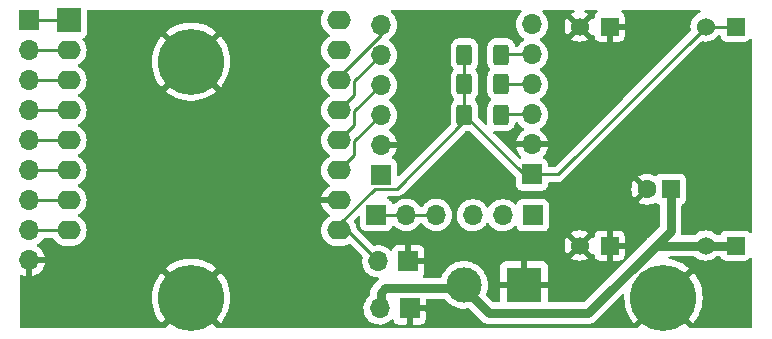
<source format=gtl>
G04 #@! TF.GenerationSoftware,KiCad,Pcbnew,6.0.2+dfsg-1*
G04 #@! TF.CreationDate,2022-08-21T17:24:23+02:00*
G04 #@! TF.ProjectId,EspFanPwm,45737046-616e-4507-976d-2e6b69636164,rev?*
G04 #@! TF.SameCoordinates,Original*
G04 #@! TF.FileFunction,Copper,L1,Top*
G04 #@! TF.FilePolarity,Positive*
%FSLAX46Y46*%
G04 Gerber Fmt 4.6, Leading zero omitted, Abs format (unit mm)*
G04 Created by KiCad (PCBNEW 6.0.2+dfsg-1) date 2022-08-21 17:24:23*
%MOMM*%
%LPD*%
G01*
G04 APERTURE LIST*
G04 Aperture macros list*
%AMRoundRect*
0 Rectangle with rounded corners*
0 $1 Rounding radius*
0 $2 $3 $4 $5 $6 $7 $8 $9 X,Y pos of 4 corners*
0 Add a 4 corners polygon primitive as box body*
4,1,4,$2,$3,$4,$5,$6,$7,$8,$9,$2,$3,0*
0 Add four circle primitives for the rounded corners*
1,1,$1+$1,$2,$3*
1,1,$1+$1,$4,$5*
1,1,$1+$1,$6,$7*
1,1,$1+$1,$8,$9*
0 Add four rect primitives between the rounded corners*
20,1,$1+$1,$2,$3,$4,$5,0*
20,1,$1+$1,$4,$5,$6,$7,0*
20,1,$1+$1,$6,$7,$8,$9,0*
20,1,$1+$1,$8,$9,$2,$3,0*%
G04 Aperture macros list end*
G04 #@! TA.AperFunction,SMDPad,CuDef*
%ADD10RoundRect,0.250000X-0.400000X-0.625000X0.400000X-0.625000X0.400000X0.625000X-0.400000X0.625000X0*%
G04 #@! TD*
G04 #@! TA.AperFunction,SMDPad,CuDef*
%ADD11RoundRect,0.250000X0.400000X0.625000X-0.400000X0.625000X-0.400000X-0.625000X0.400000X-0.625000X0*%
G04 #@! TD*
G04 #@! TA.AperFunction,ComponentPad*
%ADD12R,1.700000X1.700000*%
G04 #@! TD*
G04 #@! TA.AperFunction,ComponentPad*
%ADD13O,1.700000X1.700000*%
G04 #@! TD*
G04 #@! TA.AperFunction,ComponentPad*
%ADD14C,5.600000*%
G04 #@! TD*
G04 #@! TA.AperFunction,ComponentPad*
%ADD15R,1.600000X1.600000*%
G04 #@! TD*
G04 #@! TA.AperFunction,ComponentPad*
%ADD16C,1.600000*%
G04 #@! TD*
G04 #@! TA.AperFunction,ComponentPad*
%ADD17R,3.000000X3.000000*%
G04 #@! TD*
G04 #@! TA.AperFunction,ComponentPad*
%ADD18C,3.000000*%
G04 #@! TD*
G04 #@! TA.AperFunction,ComponentPad*
%ADD19R,2.000000X2.000000*%
G04 #@! TD*
G04 #@! TA.AperFunction,ComponentPad*
%ADD20O,2.000000X1.600000*%
G04 #@! TD*
G04 #@! TA.AperFunction,ComponentPad*
%ADD21R,1.524000X1.524000*%
G04 #@! TD*
G04 #@! TA.AperFunction,ComponentPad*
%ADD22C,1.524000*%
G04 #@! TD*
G04 #@! TA.AperFunction,Conductor*
%ADD23C,0.250000*%
G04 #@! TD*
G04 #@! TA.AperFunction,Conductor*
%ADD24C,0.800000*%
G04 #@! TD*
G04 APERTURE END LIST*
D10*
X143150000Y-87500000D03*
X146250000Y-87500000D03*
D11*
X146250000Y-90000000D03*
X143150000Y-90000000D03*
D10*
X146250000Y-92600000D03*
X143150000Y-92600000D03*
D12*
X106300000Y-84600000D03*
D13*
X106300000Y-87140000D03*
X106300000Y-89680000D03*
X106300000Y-92220000D03*
X106300000Y-94760000D03*
X106300000Y-97300000D03*
X106300000Y-99840000D03*
X106300000Y-102380000D03*
X106300000Y-104920000D03*
D12*
X148875000Y-97652500D03*
D13*
X148875000Y-95112500D03*
X148875000Y-92572500D03*
X148875000Y-90032500D03*
X148875000Y-87492500D03*
X148875000Y-84952500D03*
X136075000Y-84982500D03*
X136075000Y-87522500D03*
X136075000Y-90062500D03*
X136075000Y-92602500D03*
X136075000Y-95142500D03*
D12*
X136075000Y-97682500D03*
X148925000Y-101100000D03*
D13*
X146385000Y-101100000D03*
X143845000Y-101100000D03*
D14*
X120000000Y-108100000D03*
D15*
X160600000Y-98900000D03*
D16*
X158600000Y-98900000D03*
D12*
X135675000Y-101075000D03*
D13*
X138215000Y-101075000D03*
X140755000Y-101075000D03*
D17*
X148200000Y-107000000D03*
D18*
X143120000Y-107000000D03*
D19*
X109655000Y-84610000D03*
D20*
X109655000Y-87150000D03*
X109655000Y-89690000D03*
X109655000Y-92230000D03*
X109655000Y-94770000D03*
X109655000Y-97310000D03*
X109655000Y-99850000D03*
X109655000Y-102390000D03*
X132515000Y-102390000D03*
X132515000Y-99850000D03*
X132515000Y-97310000D03*
X132515000Y-94770000D03*
X132515000Y-92230000D03*
X132515000Y-89690000D03*
X132515000Y-87150000D03*
X132515000Y-84610000D03*
D12*
X138400000Y-105000000D03*
D13*
X135860000Y-105000000D03*
D12*
X138500000Y-109000000D03*
D13*
X135960000Y-109000000D03*
D14*
X160000000Y-108100000D03*
D21*
X166104000Y-103671000D03*
D22*
X163564000Y-103671000D03*
D21*
X155436000Y-103671000D03*
D22*
X152896000Y-103671000D03*
D21*
X155436000Y-85129000D03*
D22*
X152896000Y-85129000D03*
D21*
X166104000Y-85129000D03*
D22*
X163564000Y-85129000D03*
D14*
X120000000Y-88100000D03*
D23*
X143150000Y-87500000D02*
X143150000Y-92600000D01*
X137442989Y-98857011D02*
X143150000Y-93150000D01*
X143150000Y-93150000D02*
X143150000Y-92600000D01*
X148875000Y-97652500D02*
X148202500Y-97652500D01*
X148202500Y-97652500D02*
X143150000Y-92600000D01*
X148875000Y-92572500D02*
X146277500Y-92572500D01*
X146277500Y-92572500D02*
X146250000Y-92600000D01*
X148875000Y-90032500D02*
X146282500Y-90032500D01*
X146282500Y-90032500D02*
X146250000Y-90000000D01*
X148875000Y-87492500D02*
X146257500Y-87492500D01*
X146257500Y-87492500D02*
X146250000Y-87500000D01*
X145700000Y-92600000D02*
X145727500Y-92572500D01*
X145700000Y-90000000D02*
X145732500Y-90032500D01*
X145700000Y-87500000D02*
X145707500Y-87492500D01*
X135675000Y-101075000D02*
X140755000Y-101075000D01*
X106300000Y-84600000D02*
X109645000Y-84600000D01*
X109645000Y-84600000D02*
X109655000Y-84610000D01*
X106300000Y-87140000D02*
X109645000Y-87140000D01*
X109645000Y-87140000D02*
X109655000Y-87150000D01*
X106300000Y-89680000D02*
X109645000Y-89680000D01*
X109645000Y-89680000D02*
X109655000Y-89690000D01*
X106300000Y-92220000D02*
X109645000Y-92220000D01*
X109645000Y-92220000D02*
X109655000Y-92230000D01*
X106300000Y-94760000D02*
X109645000Y-94760000D01*
X109645000Y-94760000D02*
X109655000Y-94770000D01*
X109645000Y-97300000D02*
X109655000Y-97310000D01*
X106300000Y-97300000D02*
X109645000Y-97300000D01*
X106300000Y-99840000D02*
X109645000Y-99840000D01*
X109645000Y-99840000D02*
X109655000Y-99850000D01*
X135987500Y-94770000D02*
X136025000Y-94807500D01*
D24*
X143120000Y-107300000D02*
X136457919Y-107300000D01*
X153600489Y-109399511D02*
X159329000Y-103671000D01*
X159329000Y-103671000D02*
X166104000Y-103671000D01*
X136060000Y-107697919D02*
X136060000Y-108900000D01*
X160600000Y-98900000D02*
X160600000Y-102400000D01*
X143120000Y-107300000D02*
X145219511Y-109399511D01*
X136457919Y-107300000D02*
X136060000Y-107697919D01*
X145219511Y-109399511D02*
X153600489Y-109399511D01*
X160600000Y-102400000D02*
X159329000Y-103671000D01*
D23*
X132515000Y-101885000D02*
X132515000Y-102390000D01*
X132515000Y-101885978D02*
X135543967Y-98857011D01*
X136050000Y-105200000D02*
X133240000Y-102390000D01*
X151040500Y-97652500D02*
X163564000Y-85129000D01*
X148875000Y-97652500D02*
X151040500Y-97652500D01*
X135543967Y-98857011D02*
X137442989Y-98857011D01*
X166104000Y-85129000D02*
X163564000Y-85129000D01*
X133240000Y-102390000D02*
X132515000Y-102390000D01*
X132515000Y-102390000D02*
X132515000Y-101885978D01*
X106300000Y-102380000D02*
X109645000Y-102380000D01*
X109645000Y-102380000D02*
X109655000Y-102390000D01*
X135987500Y-97310000D02*
X136025000Y-97347500D01*
X136075000Y-85861490D02*
X136075000Y-84982500D01*
X132515000Y-89690000D02*
X132515000Y-89421490D01*
X132515000Y-89421490D02*
X136075000Y-85861490D01*
X133839520Y-90905480D02*
X133839520Y-89757980D01*
X133839520Y-89757980D02*
X136075000Y-87522500D01*
X132515000Y-92230000D02*
X133839520Y-90905480D01*
X133839520Y-92297980D02*
X136075000Y-90062500D01*
X132515000Y-94770000D02*
X133839520Y-93445480D01*
X133839520Y-93445480D02*
X133839520Y-92297980D01*
X135987500Y-89690000D02*
X136025000Y-89727500D01*
X133839520Y-94837980D02*
X136075000Y-92602500D01*
X133839520Y-95985480D02*
X133839520Y-94837980D01*
X135987500Y-92230000D02*
X136025000Y-92267500D01*
X132515000Y-97310000D02*
X133839520Y-95985480D01*
G04 #@! TA.AperFunction,Conductor*
G36*
X131175281Y-83728002D02*
G01*
X131221774Y-83781658D01*
X131231878Y-83851932D01*
X131210373Y-83906270D01*
X131177477Y-83953251D01*
X131175154Y-83958233D01*
X131175151Y-83958238D01*
X131087151Y-84146957D01*
X131080716Y-84160757D01*
X131079294Y-84166065D01*
X131079293Y-84166067D01*
X131037435Y-84322283D01*
X131021457Y-84381913D01*
X131001502Y-84610000D01*
X131021457Y-84838087D01*
X131022881Y-84843400D01*
X131022881Y-84843402D01*
X131078885Y-85052408D01*
X131080716Y-85059243D01*
X131083039Y-85064224D01*
X131083039Y-85064225D01*
X131175151Y-85261762D01*
X131175154Y-85261767D01*
X131177477Y-85266749D01*
X131308802Y-85454300D01*
X131470700Y-85616198D01*
X131475208Y-85619355D01*
X131475211Y-85619357D01*
X131531509Y-85658777D01*
X131658251Y-85747523D01*
X131663233Y-85749846D01*
X131663238Y-85749849D01*
X131697457Y-85765805D01*
X131750742Y-85812722D01*
X131770203Y-85880999D01*
X131749661Y-85948959D01*
X131697457Y-85994195D01*
X131663238Y-86010151D01*
X131663233Y-86010154D01*
X131658251Y-86012477D01*
X131647466Y-86020029D01*
X131475211Y-86140643D01*
X131475208Y-86140645D01*
X131470700Y-86143802D01*
X131308802Y-86305700D01*
X131305645Y-86310208D01*
X131305643Y-86310211D01*
X131254634Y-86383059D01*
X131177477Y-86493251D01*
X131175154Y-86498233D01*
X131175151Y-86498238D01*
X131109555Y-86638911D01*
X131080716Y-86700757D01*
X131079294Y-86706065D01*
X131079293Y-86706067D01*
X131034297Y-86873992D01*
X131021457Y-86921913D01*
X131001502Y-87150000D01*
X131021457Y-87378087D01*
X131022881Y-87383400D01*
X131022881Y-87383402D01*
X131078885Y-87592408D01*
X131080716Y-87599243D01*
X131083039Y-87604224D01*
X131083039Y-87604225D01*
X131175151Y-87801762D01*
X131175154Y-87801767D01*
X131177477Y-87806749D01*
X131308802Y-87994300D01*
X131470700Y-88156198D01*
X131475208Y-88159355D01*
X131475211Y-88159357D01*
X131525511Y-88194577D01*
X131658251Y-88287523D01*
X131663233Y-88289846D01*
X131663238Y-88289849D01*
X131697457Y-88305805D01*
X131750742Y-88352722D01*
X131770203Y-88420999D01*
X131749661Y-88488959D01*
X131697457Y-88534195D01*
X131663238Y-88550151D01*
X131663233Y-88550154D01*
X131658251Y-88552477D01*
X131585407Y-88603483D01*
X131475211Y-88680643D01*
X131475208Y-88680645D01*
X131470700Y-88683802D01*
X131308802Y-88845700D01*
X131305645Y-88850208D01*
X131305643Y-88850211D01*
X131270324Y-88900652D01*
X131177477Y-89033251D01*
X131175154Y-89038233D01*
X131175151Y-89038238D01*
X131111247Y-89175283D01*
X131080716Y-89240757D01*
X131079294Y-89246065D01*
X131079293Y-89246067D01*
X131034297Y-89413992D01*
X131021457Y-89461913D01*
X131001502Y-89690000D01*
X131021457Y-89918087D01*
X131022881Y-89923400D01*
X131022881Y-89923402D01*
X131078885Y-90132408D01*
X131080716Y-90139243D01*
X131083039Y-90144224D01*
X131083039Y-90144225D01*
X131175151Y-90341762D01*
X131175154Y-90341767D01*
X131177477Y-90346749D01*
X131308802Y-90534300D01*
X131470700Y-90696198D01*
X131475208Y-90699355D01*
X131475211Y-90699357D01*
X131525511Y-90734577D01*
X131658251Y-90827523D01*
X131663233Y-90829846D01*
X131663238Y-90829849D01*
X131697457Y-90845805D01*
X131750742Y-90892722D01*
X131770203Y-90960999D01*
X131749661Y-91028959D01*
X131697457Y-91074195D01*
X131663238Y-91090151D01*
X131663233Y-91090154D01*
X131658251Y-91092477D01*
X131637980Y-91106671D01*
X131475211Y-91220643D01*
X131475208Y-91220645D01*
X131470700Y-91223802D01*
X131308802Y-91385700D01*
X131305645Y-91390208D01*
X131305643Y-91390211D01*
X131267772Y-91444297D01*
X131177477Y-91573251D01*
X131175154Y-91578233D01*
X131175151Y-91578238D01*
X131109555Y-91718911D01*
X131080716Y-91780757D01*
X131079294Y-91786065D01*
X131079293Y-91786067D01*
X131034297Y-91953992D01*
X131021457Y-92001913D01*
X131001502Y-92230000D01*
X131021457Y-92458087D01*
X131022881Y-92463400D01*
X131022881Y-92463402D01*
X131078885Y-92672408D01*
X131080716Y-92679243D01*
X131083039Y-92684224D01*
X131083039Y-92684225D01*
X131175151Y-92881762D01*
X131175154Y-92881767D01*
X131177477Y-92886749D01*
X131308802Y-93074300D01*
X131470700Y-93236198D01*
X131475208Y-93239355D01*
X131475211Y-93239357D01*
X131531330Y-93278652D01*
X131658251Y-93367523D01*
X131663233Y-93369846D01*
X131663238Y-93369849D01*
X131697457Y-93385805D01*
X131750742Y-93432722D01*
X131770203Y-93500999D01*
X131749661Y-93568959D01*
X131697457Y-93614195D01*
X131663238Y-93630151D01*
X131663233Y-93630154D01*
X131658251Y-93632477D01*
X131647466Y-93640029D01*
X131475211Y-93760643D01*
X131475208Y-93760645D01*
X131470700Y-93763802D01*
X131308802Y-93925700D01*
X131305645Y-93930208D01*
X131305643Y-93930211D01*
X131268330Y-93983500D01*
X131177477Y-94113251D01*
X131175154Y-94118233D01*
X131175151Y-94118238D01*
X131101000Y-94277257D01*
X131080716Y-94320757D01*
X131079294Y-94326065D01*
X131079293Y-94326067D01*
X131022881Y-94536598D01*
X131021457Y-94541913D01*
X131001502Y-94770000D01*
X131021457Y-94998087D01*
X131022881Y-95003400D01*
X131022881Y-95003402D01*
X131048868Y-95100384D01*
X131080716Y-95219243D01*
X131083039Y-95224224D01*
X131083039Y-95224225D01*
X131175151Y-95421762D01*
X131175154Y-95421767D01*
X131177477Y-95426749D01*
X131308802Y-95614300D01*
X131470700Y-95776198D01*
X131475208Y-95779355D01*
X131475211Y-95779357D01*
X131506368Y-95801173D01*
X131658251Y-95907523D01*
X131663233Y-95909846D01*
X131663238Y-95909849D01*
X131697457Y-95925805D01*
X131750742Y-95972722D01*
X131770203Y-96040999D01*
X131749661Y-96108959D01*
X131697457Y-96154195D01*
X131663238Y-96170151D01*
X131663233Y-96170154D01*
X131658251Y-96172477D01*
X131579692Y-96227485D01*
X131475211Y-96300643D01*
X131475208Y-96300645D01*
X131470700Y-96303802D01*
X131308802Y-96465700D01*
X131305645Y-96470208D01*
X131305643Y-96470211D01*
X131297985Y-96481148D01*
X131177477Y-96653251D01*
X131175154Y-96658233D01*
X131175151Y-96658238D01*
X131083039Y-96855775D01*
X131080716Y-96860757D01*
X131079294Y-96866065D01*
X131079293Y-96866067D01*
X131022881Y-97076598D01*
X131021457Y-97081913D01*
X131001502Y-97310000D01*
X131021457Y-97538087D01*
X131022881Y-97543400D01*
X131022881Y-97543402D01*
X131078312Y-97750270D01*
X131080716Y-97759243D01*
X131083039Y-97764224D01*
X131083039Y-97764225D01*
X131175151Y-97961762D01*
X131175154Y-97961767D01*
X131177477Y-97966749D01*
X131308802Y-98154300D01*
X131470700Y-98316198D01*
X131475208Y-98319355D01*
X131475211Y-98319357D01*
X131506368Y-98341173D01*
X131658251Y-98447523D01*
X131663233Y-98449846D01*
X131663238Y-98449849D01*
X131698049Y-98466081D01*
X131751334Y-98512998D01*
X131770795Y-98581275D01*
X131750253Y-98649235D01*
X131698049Y-98694471D01*
X131663489Y-98710586D01*
X131653993Y-98716069D01*
X131475533Y-98841028D01*
X131467125Y-98848084D01*
X131313084Y-99002125D01*
X131306028Y-99010533D01*
X131181069Y-99188993D01*
X131175586Y-99198489D01*
X131083510Y-99395947D01*
X131079764Y-99406239D01*
X131033606Y-99578503D01*
X131033942Y-99592599D01*
X131041884Y-99596000D01*
X132643000Y-99596000D01*
X132711121Y-99616002D01*
X132757614Y-99669658D01*
X132769000Y-99722000D01*
X132769000Y-99978000D01*
X132748998Y-100046121D01*
X132695342Y-100092614D01*
X132643000Y-100104000D01*
X131047033Y-100104000D01*
X131033502Y-100107973D01*
X131032273Y-100116522D01*
X131079764Y-100293761D01*
X131083510Y-100304053D01*
X131175586Y-100501511D01*
X131181069Y-100511007D01*
X131306028Y-100689467D01*
X131313084Y-100697875D01*
X131467125Y-100851916D01*
X131475533Y-100858972D01*
X131653993Y-100983931D01*
X131663489Y-100989414D01*
X131698049Y-101005529D01*
X131751334Y-101052446D01*
X131770795Y-101120723D01*
X131750253Y-101188683D01*
X131698049Y-101233919D01*
X131663238Y-101250151D01*
X131663233Y-101250154D01*
X131658251Y-101252477D01*
X131612415Y-101284572D01*
X131475211Y-101380643D01*
X131475208Y-101380645D01*
X131470700Y-101383802D01*
X131308802Y-101545700D01*
X131305645Y-101550208D01*
X131305643Y-101550211D01*
X131250902Y-101628389D01*
X131177477Y-101733251D01*
X131175154Y-101738232D01*
X131175151Y-101738238D01*
X131095529Y-101908990D01*
X131080716Y-101940757D01*
X131079294Y-101946065D01*
X131079293Y-101946067D01*
X131052775Y-102045032D01*
X131021457Y-102161913D01*
X131001502Y-102390000D01*
X131021457Y-102618087D01*
X131022881Y-102623400D01*
X131022881Y-102623402D01*
X131060153Y-102762500D01*
X131080716Y-102839243D01*
X131083039Y-102844224D01*
X131083039Y-102844225D01*
X131175151Y-103041762D01*
X131175154Y-103041767D01*
X131177477Y-103046749D01*
X131308802Y-103234300D01*
X131470700Y-103396198D01*
X131475208Y-103399355D01*
X131475211Y-103399357D01*
X131506368Y-103421173D01*
X131658251Y-103527523D01*
X131663233Y-103529846D01*
X131663238Y-103529849D01*
X131833705Y-103609338D01*
X131865757Y-103624284D01*
X131871065Y-103625706D01*
X131871067Y-103625707D01*
X132081598Y-103682119D01*
X132081600Y-103682119D01*
X132086913Y-103683543D01*
X132186480Y-103692254D01*
X132255149Y-103698262D01*
X132255156Y-103698262D01*
X132257873Y-103698500D01*
X132772127Y-103698500D01*
X132774844Y-103698262D01*
X132774851Y-103698262D01*
X132843520Y-103692254D01*
X132943087Y-103683543D01*
X132948400Y-103682119D01*
X132948402Y-103682119D01*
X133158933Y-103625707D01*
X133158935Y-103625706D01*
X133164243Y-103624284D01*
X133169225Y-103621961D01*
X133169230Y-103621959D01*
X133366720Y-103529869D01*
X133436911Y-103519208D01*
X133501724Y-103548188D01*
X133509064Y-103554969D01*
X134507606Y-104553511D01*
X134541632Y-104615823D01*
X134539928Y-104676278D01*
X134520989Y-104744570D01*
X134497251Y-104966695D01*
X134497548Y-104971848D01*
X134497548Y-104971851D01*
X134509046Y-105171265D01*
X134510110Y-105189715D01*
X134511247Y-105194761D01*
X134511248Y-105194767D01*
X134526388Y-105261946D01*
X134559222Y-105407639D01*
X134578588Y-105455331D01*
X134636515Y-105597989D01*
X134643266Y-105614616D01*
X134759987Y-105805088D01*
X134906250Y-105973938D01*
X135078126Y-106116632D01*
X135271000Y-106229338D01*
X135275825Y-106231180D01*
X135275826Y-106231181D01*
X135331286Y-106252359D01*
X135479692Y-106309030D01*
X135484760Y-106310061D01*
X135484763Y-106310062D01*
X135592379Y-106331957D01*
X135698597Y-106353567D01*
X135703771Y-106353757D01*
X135703773Y-106353757D01*
X135822724Y-106358119D01*
X135890066Y-106380604D01*
X135934561Y-106435927D01*
X135942083Y-106506524D01*
X135910243Y-106569981D01*
X135902416Y-106577671D01*
X135870140Y-106606732D01*
X135865139Y-106611003D01*
X135849178Y-106623928D01*
X135834663Y-106638443D01*
X135829878Y-106642984D01*
X135779053Y-106688747D01*
X135775174Y-106694086D01*
X135775173Y-106694087D01*
X135770779Y-106700135D01*
X135757938Y-106715168D01*
X135475168Y-106997938D01*
X135460135Y-107010779D01*
X135448747Y-107019053D01*
X135425720Y-107044627D01*
X135402984Y-107069878D01*
X135398443Y-107074663D01*
X135383928Y-107089178D01*
X135381852Y-107091742D01*
X135371006Y-107105135D01*
X135366722Y-107110150D01*
X135325381Y-107156064D01*
X135325377Y-107156069D01*
X135320960Y-107160975D01*
X135317660Y-107166691D01*
X135317657Y-107166695D01*
X135313927Y-107173156D01*
X135302727Y-107189452D01*
X135293871Y-107200389D01*
X135262815Y-107261340D01*
X135259669Y-107267134D01*
X135225473Y-107326363D01*
X135223432Y-107332645D01*
X135223431Y-107332647D01*
X135221125Y-107339745D01*
X135213560Y-107358011D01*
X135207171Y-107370549D01*
X135205463Y-107376922D01*
X135205463Y-107376923D01*
X135189469Y-107436614D01*
X135187600Y-107442922D01*
X135166458Y-107507991D01*
X135165768Y-107514556D01*
X135165766Y-107514565D01*
X135164985Y-107521994D01*
X135161383Y-107541428D01*
X135159453Y-107548633D01*
X135157743Y-107555016D01*
X135157398Y-107561607D01*
X135157397Y-107561611D01*
X135154164Y-107623303D01*
X135153647Y-107629877D01*
X135151844Y-107647035D01*
X135151500Y-107650309D01*
X135151500Y-107670845D01*
X135151327Y-107677439D01*
X135148109Y-107738849D01*
X135147748Y-107745729D01*
X135148780Y-107752244D01*
X135149949Y-107759624D01*
X135151500Y-107779336D01*
X135151500Y-107845195D01*
X135131498Y-107913316D01*
X135101153Y-107945955D01*
X135059106Y-107977525D01*
X135059100Y-107977531D01*
X135054965Y-107980635D01*
X135051391Y-107984375D01*
X134928656Y-108112810D01*
X134900629Y-108142138D01*
X134774743Y-108326680D01*
X134732654Y-108417353D01*
X134703749Y-108479625D01*
X134680688Y-108529305D01*
X134620989Y-108744570D01*
X134597251Y-108966695D01*
X134597548Y-108971848D01*
X134597548Y-108971851D01*
X134603011Y-109066590D01*
X134610110Y-109189715D01*
X134611247Y-109194761D01*
X134611248Y-109194767D01*
X134625606Y-109258475D01*
X134659222Y-109407639D01*
X134743266Y-109614616D01*
X134859987Y-109805088D01*
X135006250Y-109973938D01*
X135178126Y-110116632D01*
X135371000Y-110229338D01*
X135375825Y-110231180D01*
X135375826Y-110231181D01*
X135414513Y-110245954D01*
X135579692Y-110309030D01*
X135584760Y-110310061D01*
X135584763Y-110310062D01*
X135692017Y-110331883D01*
X135798597Y-110353567D01*
X135803772Y-110353757D01*
X135803774Y-110353757D01*
X136016673Y-110361564D01*
X136016677Y-110361564D01*
X136021837Y-110361753D01*
X136026957Y-110361097D01*
X136026959Y-110361097D01*
X136238288Y-110334025D01*
X136238289Y-110334025D01*
X136243416Y-110333368D01*
X136316579Y-110311418D01*
X136452429Y-110270661D01*
X136452434Y-110270659D01*
X136457384Y-110269174D01*
X136657994Y-110170896D01*
X136839860Y-110041173D01*
X136870376Y-110010764D01*
X136948479Y-109932933D01*
X137010851Y-109899017D01*
X137081658Y-109904205D01*
X137138419Y-109946851D01*
X137155401Y-109977954D01*
X137196676Y-110088054D01*
X137205214Y-110103649D01*
X137281715Y-110205724D01*
X137294276Y-110218285D01*
X137396351Y-110294786D01*
X137411946Y-110303324D01*
X137532394Y-110348478D01*
X137547649Y-110352105D01*
X137598514Y-110357631D01*
X137605328Y-110358000D01*
X138227885Y-110358000D01*
X138243124Y-110353525D01*
X138244329Y-110352135D01*
X138246000Y-110344452D01*
X138246000Y-110339884D01*
X138754000Y-110339884D01*
X138758475Y-110355123D01*
X138759865Y-110356328D01*
X138767548Y-110357999D01*
X139394669Y-110357999D01*
X139401490Y-110357629D01*
X139452352Y-110352105D01*
X139467604Y-110348479D01*
X139588054Y-110303324D01*
X139603649Y-110294786D01*
X139705724Y-110218285D01*
X139718285Y-110205724D01*
X139794786Y-110103649D01*
X139803324Y-110088054D01*
X139848478Y-109967606D01*
X139852105Y-109952351D01*
X139857631Y-109901486D01*
X139858000Y-109894672D01*
X139858000Y-109272115D01*
X139853525Y-109256876D01*
X139852135Y-109255671D01*
X139844452Y-109254000D01*
X138772115Y-109254000D01*
X138756876Y-109258475D01*
X138755671Y-109259865D01*
X138754000Y-109267548D01*
X138754000Y-110339884D01*
X138246000Y-110339884D01*
X138246000Y-108872000D01*
X138266002Y-108803879D01*
X138319658Y-108757386D01*
X138372000Y-108746000D01*
X139839884Y-108746000D01*
X139855123Y-108741525D01*
X139856328Y-108740135D01*
X139857999Y-108732452D01*
X139857999Y-108334500D01*
X139878001Y-108266379D01*
X139931657Y-108219886D01*
X139983999Y-108208500D01*
X141448455Y-108208500D01*
X141516576Y-108228502D01*
X141541563Y-108251137D01*
X141542274Y-108250490D01*
X141726582Y-108453043D01*
X141729877Y-108455798D01*
X141729878Y-108455799D01*
X141758374Y-108479625D01*
X141936675Y-108628707D01*
X141940316Y-108630991D01*
X142165024Y-108771951D01*
X142165028Y-108771953D01*
X142168664Y-108774234D01*
X142293460Y-108830582D01*
X142414345Y-108885164D01*
X142414349Y-108885166D01*
X142418257Y-108886930D01*
X142422377Y-108888150D01*
X142422376Y-108888150D01*
X142676723Y-108963491D01*
X142676727Y-108963492D01*
X142680836Y-108964709D01*
X142685070Y-108965357D01*
X142685075Y-108965358D01*
X142947298Y-109005483D01*
X142947300Y-109005483D01*
X142951540Y-109006132D01*
X143090912Y-109008322D01*
X143221071Y-109010367D01*
X143221077Y-109010367D01*
X143225362Y-109010434D01*
X143370016Y-108992929D01*
X143450176Y-108983229D01*
X143520206Y-108994902D01*
X143554408Y-109019221D01*
X144519530Y-109984343D01*
X144532371Y-109999376D01*
X144540645Y-110010764D01*
X144545554Y-110015184D01*
X144591470Y-110056527D01*
X144596255Y-110061068D01*
X144610770Y-110075583D01*
X144613334Y-110077659D01*
X144626727Y-110088505D01*
X144631742Y-110092789D01*
X144677656Y-110134130D01*
X144677661Y-110134134D01*
X144682567Y-110138551D01*
X144688283Y-110141851D01*
X144688287Y-110141854D01*
X144694748Y-110145584D01*
X144711044Y-110156784D01*
X144721981Y-110165640D01*
X144727859Y-110168635D01*
X144727862Y-110168637D01*
X144782937Y-110196699D01*
X144788734Y-110199847D01*
X144820670Y-110218285D01*
X144847955Y-110234038D01*
X144861337Y-110238386D01*
X144879596Y-110245949D01*
X144892141Y-110252341D01*
X144898511Y-110254048D01*
X144898514Y-110254049D01*
X144937585Y-110264518D01*
X144958223Y-110270048D01*
X144964536Y-110271918D01*
X145029583Y-110293053D01*
X145043586Y-110294525D01*
X145063015Y-110298126D01*
X145076608Y-110301768D01*
X145083205Y-110302114D01*
X145083207Y-110302114D01*
X145144895Y-110305347D01*
X145151469Y-110305864D01*
X145168627Y-110307667D01*
X145168629Y-110307667D01*
X145171901Y-110308011D01*
X145192437Y-110308011D01*
X145199031Y-110308184D01*
X145260729Y-110311418D01*
X145260734Y-110311418D01*
X145267321Y-110311763D01*
X145281219Y-110309562D01*
X145300928Y-110308011D01*
X153519072Y-110308011D01*
X153538781Y-110309562D01*
X153552679Y-110311763D01*
X153559266Y-110311418D01*
X153559271Y-110311418D01*
X153620969Y-110308184D01*
X153627563Y-110308011D01*
X153648099Y-110308011D01*
X153651371Y-110307667D01*
X153651373Y-110307667D01*
X153668531Y-110305864D01*
X153675105Y-110305347D01*
X153736797Y-110302114D01*
X153736801Y-110302113D01*
X153743392Y-110301768D01*
X153749773Y-110300058D01*
X153749775Y-110300058D01*
X153756980Y-110298128D01*
X153776414Y-110294526D01*
X153783843Y-110293745D01*
X153783852Y-110293743D01*
X153790417Y-110293053D01*
X153855486Y-110271911D01*
X153861788Y-110270044D01*
X153927859Y-110252340D01*
X153940397Y-110245951D01*
X153958663Y-110238386D01*
X153965761Y-110236080D01*
X153965763Y-110236079D01*
X153972045Y-110234038D01*
X154031274Y-110199842D01*
X154037068Y-110196696D01*
X154098019Y-110165640D01*
X154108956Y-110156784D01*
X154125252Y-110145584D01*
X154131713Y-110141854D01*
X154131717Y-110141851D01*
X154137433Y-110138551D01*
X154142339Y-110134134D01*
X154142344Y-110134130D01*
X154188258Y-110092789D01*
X154193273Y-110088505D01*
X154206666Y-110077659D01*
X154209230Y-110075583D01*
X154223745Y-110061068D01*
X154228530Y-110056527D01*
X154274446Y-110015184D01*
X154279355Y-110010764D01*
X154287629Y-109999376D01*
X154300470Y-109984343D01*
X156483261Y-107801552D01*
X156545573Y-107767526D01*
X156616388Y-107772591D01*
X156673224Y-107815138D01*
X156698035Y-107881658D01*
X156698147Y-107897900D01*
X156687357Y-108085037D01*
X156687333Y-108091832D01*
X156705117Y-108442893D01*
X156705827Y-108449649D01*
X156761420Y-108796723D01*
X156762859Y-108803378D01*
X156855608Y-109142410D01*
X156857757Y-109148871D01*
X156986581Y-109475912D01*
X156989412Y-109482095D01*
X157152803Y-109793310D01*
X157156286Y-109799152D01*
X157352330Y-110090896D01*
X157356433Y-110096340D01*
X157476425Y-110238836D01*
X157489164Y-110247279D01*
X157499608Y-110241181D01*
X159639659Y-108101131D01*
X160364408Y-108101131D01*
X160364539Y-108102966D01*
X160368790Y-108109580D01*
X162499009Y-110239798D01*
X162512605Y-110247223D01*
X162522218Y-110240522D01*
X162622518Y-110123912D01*
X162626676Y-110118514D01*
X162825762Y-109828840D01*
X162829310Y-109823029D01*
X162995942Y-109513559D01*
X162998849Y-109507381D01*
X163131090Y-109181713D01*
X163133304Y-109175283D01*
X163229598Y-108837237D01*
X163231105Y-108830607D01*
X163290332Y-108484118D01*
X163291112Y-108477378D01*
X163312668Y-108124925D01*
X163312784Y-108121323D01*
X163312853Y-108101819D01*
X163312761Y-108098194D01*
X163293666Y-107745615D01*
X163292931Y-107738849D01*
X163236130Y-107391985D01*
X163234663Y-107385313D01*
X163140736Y-107046627D01*
X163138562Y-107040163D01*
X163008598Y-106713578D01*
X163005742Y-106707398D01*
X162841269Y-106396763D01*
X162837769Y-106390937D01*
X162640697Y-106099862D01*
X162636590Y-106094453D01*
X162523565Y-105961179D01*
X162510740Y-105952743D01*
X162500416Y-105958795D01*
X160372020Y-108087190D01*
X160364408Y-108101131D01*
X159639659Y-108101131D01*
X160000000Y-107740790D01*
X162142800Y-105597989D01*
X162150412Y-105584048D01*
X162150344Y-105583089D01*
X162145834Y-105576271D01*
X162144418Y-105575065D01*
X161864813Y-105362064D01*
X161859187Y-105358240D01*
X161558214Y-105176681D01*
X161552202Y-105173484D01*
X161233370Y-105025487D01*
X161227070Y-105022967D01*
X160894129Y-104910273D01*
X160887551Y-104908437D01*
X160544417Y-104832367D01*
X160537678Y-104831251D01*
X160533042Y-104830739D01*
X160467528Y-104803382D01*
X160427204Y-104744949D01*
X160424873Y-104673990D01*
X160461274Y-104613036D01*
X160524852Y-104581438D01*
X160546869Y-104579500D01*
X162623552Y-104579500D01*
X162691673Y-104599502D01*
X162712647Y-104616405D01*
X162744219Y-104647977D01*
X162748727Y-104651134D01*
X162748730Y-104651136D01*
X162751618Y-104653158D01*
X162926323Y-104775488D01*
X162931305Y-104777811D01*
X162931310Y-104777814D01*
X163121810Y-104866645D01*
X163127804Y-104869440D01*
X163133112Y-104870862D01*
X163133114Y-104870863D01*
X163180705Y-104883615D01*
X163342537Y-104926978D01*
X163564000Y-104946353D01*
X163785463Y-104926978D01*
X163947295Y-104883615D01*
X163994886Y-104870863D01*
X163994888Y-104870862D01*
X164000196Y-104869440D01*
X164006190Y-104866645D01*
X164196690Y-104777814D01*
X164196695Y-104777811D01*
X164201677Y-104775488D01*
X164376382Y-104653158D01*
X164379270Y-104651136D01*
X164379273Y-104651134D01*
X164383781Y-104647977D01*
X164415353Y-104616405D01*
X164477665Y-104582379D01*
X164504448Y-104579500D01*
X164766492Y-104579500D01*
X164834613Y-104599502D01*
X164881106Y-104653158D01*
X164884473Y-104661268D01*
X164888142Y-104671054D01*
X164891385Y-104679705D01*
X164896765Y-104686884D01*
X164896767Y-104686887D01*
X164960480Y-104771898D01*
X164978739Y-104796261D01*
X165095295Y-104883615D01*
X165231684Y-104934745D01*
X165293866Y-104941500D01*
X166914134Y-104941500D01*
X166976316Y-104934745D01*
X167112705Y-104883615D01*
X167229261Y-104796261D01*
X167265176Y-104748340D01*
X167322033Y-104705827D01*
X167392851Y-104700801D01*
X167455145Y-104734861D01*
X167489135Y-104797192D01*
X167492000Y-104823907D01*
X167492000Y-110566000D01*
X167471998Y-110634121D01*
X167418342Y-110680614D01*
X167366000Y-110692000D01*
X162269361Y-110692000D01*
X162201240Y-110671998D01*
X162162248Y-110632354D01*
X162144511Y-110603722D01*
X160012810Y-108472020D01*
X159998869Y-108464408D01*
X159997034Y-108464539D01*
X159990420Y-108468790D01*
X157856773Y-110602438D01*
X157843696Y-110626386D01*
X157793493Y-110676588D01*
X157733109Y-110692000D01*
X122269361Y-110692000D01*
X122201240Y-110671998D01*
X122162248Y-110632354D01*
X122144511Y-110603722D01*
X120012810Y-108472020D01*
X119998869Y-108464408D01*
X119997034Y-108464539D01*
X119990420Y-108468790D01*
X117856773Y-110602438D01*
X117843696Y-110626386D01*
X117793493Y-110676588D01*
X117733109Y-110692000D01*
X105634000Y-110692000D01*
X105565879Y-110671998D01*
X105519386Y-110618342D01*
X105508000Y-110566000D01*
X105508000Y-108091832D01*
X116687333Y-108091832D01*
X116705117Y-108442893D01*
X116705827Y-108449649D01*
X116761420Y-108796723D01*
X116762859Y-108803378D01*
X116855608Y-109142410D01*
X116857757Y-109148871D01*
X116986581Y-109475912D01*
X116989412Y-109482095D01*
X117152803Y-109793310D01*
X117156286Y-109799152D01*
X117352330Y-110090896D01*
X117356433Y-110096340D01*
X117476425Y-110238836D01*
X117489164Y-110247279D01*
X117499608Y-110241181D01*
X119627980Y-108112810D01*
X119634357Y-108101131D01*
X120364408Y-108101131D01*
X120364539Y-108102966D01*
X120368790Y-108109580D01*
X122499009Y-110239798D01*
X122512605Y-110247223D01*
X122522218Y-110240522D01*
X122622518Y-110123912D01*
X122626676Y-110118514D01*
X122825762Y-109828840D01*
X122829310Y-109823029D01*
X122995942Y-109513559D01*
X122998849Y-109507381D01*
X123131090Y-109181713D01*
X123133304Y-109175283D01*
X123229598Y-108837237D01*
X123231105Y-108830607D01*
X123290332Y-108484118D01*
X123291112Y-108477378D01*
X123312668Y-108124925D01*
X123312784Y-108121323D01*
X123312853Y-108101819D01*
X123312761Y-108098194D01*
X123293666Y-107745615D01*
X123292931Y-107738849D01*
X123236130Y-107391985D01*
X123234663Y-107385313D01*
X123140736Y-107046627D01*
X123138562Y-107040163D01*
X123008598Y-106713578D01*
X123005742Y-106707398D01*
X122841269Y-106396763D01*
X122837769Y-106390937D01*
X122640697Y-106099862D01*
X122636590Y-106094453D01*
X122523565Y-105961179D01*
X122510740Y-105952743D01*
X122500416Y-105958795D01*
X120372020Y-108087190D01*
X120364408Y-108101131D01*
X119634357Y-108101131D01*
X119635592Y-108098869D01*
X119635461Y-108097034D01*
X119631210Y-108090420D01*
X117500992Y-105960203D01*
X117487455Y-105952811D01*
X117477753Y-105959599D01*
X117370430Y-106085257D01*
X117366296Y-106090664D01*
X117168215Y-106381041D01*
X117164697Y-106386851D01*
X116999134Y-106696922D01*
X116996259Y-106703087D01*
X116865155Y-107029218D01*
X116862962Y-107035658D01*
X116767846Y-107374044D01*
X116766363Y-107380679D01*
X116708350Y-107727354D01*
X116707591Y-107734126D01*
X116687357Y-108085037D01*
X116687333Y-108091832D01*
X105508000Y-108091832D01*
X105508000Y-106249699D01*
X105528002Y-106181578D01*
X105581658Y-106135085D01*
X105651932Y-106124981D01*
X105697572Y-106140912D01*
X105706758Y-106146280D01*
X105716042Y-106150729D01*
X105915001Y-106226703D01*
X105924899Y-106229579D01*
X106028250Y-106250606D01*
X106042299Y-106249410D01*
X106046000Y-106239065D01*
X106046000Y-106238517D01*
X106554000Y-106238517D01*
X106558064Y-106252359D01*
X106571478Y-106254393D01*
X106578184Y-106253534D01*
X106588262Y-106251392D01*
X106792255Y-106190191D01*
X106801842Y-106186433D01*
X106993095Y-106092739D01*
X107001945Y-106087464D01*
X107175328Y-105963792D01*
X107183200Y-105957139D01*
X107334052Y-105806812D01*
X107340730Y-105798965D01*
X107465003Y-105626020D01*
X107470313Y-105617183D01*
X107485299Y-105586862D01*
X117849950Y-105586862D01*
X117849986Y-105587704D01*
X117855037Y-105595826D01*
X119987190Y-107727980D01*
X120001131Y-107735592D01*
X120002966Y-107735461D01*
X120009580Y-107731210D01*
X122142798Y-105597991D01*
X122150412Y-105584047D01*
X122150344Y-105583089D01*
X122145836Y-105576272D01*
X122144418Y-105575065D01*
X121864813Y-105362064D01*
X121859187Y-105358240D01*
X121558214Y-105176681D01*
X121552202Y-105173484D01*
X121233370Y-105025487D01*
X121227070Y-105022967D01*
X120894129Y-104910273D01*
X120887551Y-104908437D01*
X120544417Y-104832367D01*
X120537678Y-104831251D01*
X120188310Y-104792680D01*
X120181529Y-104792301D01*
X119830015Y-104791687D01*
X119823242Y-104792042D01*
X119473720Y-104829395D01*
X119467010Y-104830482D01*
X119123586Y-104905361D01*
X119117011Y-104907172D01*
X118783683Y-105018702D01*
X118777361Y-105021205D01*
X118458034Y-105168079D01*
X118451991Y-105171265D01*
X118150401Y-105351763D01*
X118144755Y-105355571D01*
X117864408Y-105567596D01*
X117859211Y-105571987D01*
X117857972Y-105573155D01*
X117849950Y-105586862D01*
X107485299Y-105586862D01*
X107564670Y-105426267D01*
X107568469Y-105416672D01*
X107630377Y-105212910D01*
X107632555Y-105202837D01*
X107633986Y-105191962D01*
X107631775Y-105177778D01*
X107618617Y-105174000D01*
X106572115Y-105174000D01*
X106556876Y-105178475D01*
X106555671Y-105179865D01*
X106554000Y-105187548D01*
X106554000Y-106238517D01*
X106046000Y-106238517D01*
X106046000Y-104792000D01*
X106066002Y-104723879D01*
X106119658Y-104677386D01*
X106172000Y-104666000D01*
X107618344Y-104666000D01*
X107631875Y-104662027D01*
X107633180Y-104652947D01*
X107591214Y-104485875D01*
X107587894Y-104476124D01*
X107502972Y-104280814D01*
X107498105Y-104271739D01*
X107382426Y-104092926D01*
X107376136Y-104084757D01*
X107232806Y-103927240D01*
X107225273Y-103920215D01*
X107058139Y-103788222D01*
X107049556Y-103782520D01*
X107012602Y-103762120D01*
X106962631Y-103711687D01*
X106947859Y-103642245D01*
X106972975Y-103575839D01*
X107000327Y-103549232D01*
X107042419Y-103519208D01*
X107179860Y-103421173D01*
X107185725Y-103415329D01*
X107294842Y-103306592D01*
X107338096Y-103263489D01*
X107468453Y-103082077D01*
X107470746Y-103077437D01*
X107472446Y-103074608D01*
X107524674Y-103026518D01*
X107580451Y-103013500D01*
X108228604Y-103013500D01*
X108296725Y-103033502D01*
X108331817Y-103067229D01*
X108345079Y-103086168D01*
X108448802Y-103234300D01*
X108610700Y-103396198D01*
X108615208Y-103399355D01*
X108615211Y-103399357D01*
X108646368Y-103421173D01*
X108798251Y-103527523D01*
X108803233Y-103529846D01*
X108803238Y-103529849D01*
X108973705Y-103609338D01*
X109005757Y-103624284D01*
X109011065Y-103625706D01*
X109011067Y-103625707D01*
X109221598Y-103682119D01*
X109221600Y-103682119D01*
X109226913Y-103683543D01*
X109326480Y-103692254D01*
X109395149Y-103698262D01*
X109395156Y-103698262D01*
X109397873Y-103698500D01*
X109912127Y-103698500D01*
X109914844Y-103698262D01*
X109914851Y-103698262D01*
X109983520Y-103692254D01*
X110083087Y-103683543D01*
X110088400Y-103682119D01*
X110088402Y-103682119D01*
X110298933Y-103625707D01*
X110298935Y-103625706D01*
X110304243Y-103624284D01*
X110336295Y-103609338D01*
X110506762Y-103529849D01*
X110506767Y-103529846D01*
X110511749Y-103527523D01*
X110663632Y-103421173D01*
X110694789Y-103399357D01*
X110694792Y-103399355D01*
X110699300Y-103396198D01*
X110861198Y-103234300D01*
X110992523Y-103046749D01*
X110994846Y-103041767D01*
X110994849Y-103041762D01*
X111086961Y-102844225D01*
X111086961Y-102844224D01*
X111089284Y-102839243D01*
X111109848Y-102762500D01*
X111147119Y-102623402D01*
X111147119Y-102623400D01*
X111148543Y-102618087D01*
X111168498Y-102390000D01*
X111148543Y-102161913D01*
X111117225Y-102045032D01*
X111090707Y-101946067D01*
X111090706Y-101946065D01*
X111089284Y-101940757D01*
X111074471Y-101908990D01*
X110994849Y-101738238D01*
X110994846Y-101738232D01*
X110992523Y-101733251D01*
X110919098Y-101628389D01*
X110864357Y-101550211D01*
X110864355Y-101550208D01*
X110861198Y-101545700D01*
X110699300Y-101383802D01*
X110694792Y-101380645D01*
X110694789Y-101380643D01*
X110557585Y-101284572D01*
X110511749Y-101252477D01*
X110506767Y-101250154D01*
X110506762Y-101250151D01*
X110472543Y-101234195D01*
X110419258Y-101187278D01*
X110399797Y-101119001D01*
X110420339Y-101051041D01*
X110472543Y-101005805D01*
X110506762Y-100989849D01*
X110506767Y-100989846D01*
X110511749Y-100987523D01*
X110663632Y-100881173D01*
X110694789Y-100859357D01*
X110694792Y-100859355D01*
X110699300Y-100856198D01*
X110861198Y-100694300D01*
X110905554Y-100630954D01*
X110973016Y-100534608D01*
X110992523Y-100506749D01*
X110994846Y-100501767D01*
X110994849Y-100501762D01*
X111086961Y-100304225D01*
X111086961Y-100304224D01*
X111089284Y-100299243D01*
X111096419Y-100272617D01*
X111147119Y-100083402D01*
X111147119Y-100083400D01*
X111148543Y-100078087D01*
X111168498Y-99850000D01*
X111148543Y-99621913D01*
X111113857Y-99492464D01*
X111090707Y-99406067D01*
X111090706Y-99406065D01*
X111089284Y-99400757D01*
X111064325Y-99347232D01*
X110994849Y-99198238D01*
X110994846Y-99198233D01*
X110992523Y-99193251D01*
X110919098Y-99088389D01*
X110864357Y-99010211D01*
X110864355Y-99010208D01*
X110861198Y-99005700D01*
X110699300Y-98843802D01*
X110694792Y-98840645D01*
X110694789Y-98840643D01*
X110616611Y-98785902D01*
X110511749Y-98712477D01*
X110506767Y-98710154D01*
X110506762Y-98710151D01*
X110472543Y-98694195D01*
X110419258Y-98647278D01*
X110399797Y-98579001D01*
X110420339Y-98511041D01*
X110472543Y-98465805D01*
X110506762Y-98449849D01*
X110506767Y-98449846D01*
X110511749Y-98447523D01*
X110663632Y-98341173D01*
X110694789Y-98319357D01*
X110694792Y-98319355D01*
X110699300Y-98316198D01*
X110861198Y-98154300D01*
X110992523Y-97966749D01*
X110994846Y-97961767D01*
X110994849Y-97961762D01*
X111086961Y-97764225D01*
X111086961Y-97764224D01*
X111089284Y-97759243D01*
X111091689Y-97750270D01*
X111147119Y-97543402D01*
X111147119Y-97543400D01*
X111148543Y-97538087D01*
X111168498Y-97310000D01*
X111148543Y-97081913D01*
X111147119Y-97076598D01*
X111090707Y-96866067D01*
X111090706Y-96866065D01*
X111089284Y-96860757D01*
X111086961Y-96855775D01*
X110994849Y-96658238D01*
X110994846Y-96658233D01*
X110992523Y-96653251D01*
X110872015Y-96481148D01*
X110864357Y-96470211D01*
X110864355Y-96470208D01*
X110861198Y-96465700D01*
X110699300Y-96303802D01*
X110694792Y-96300645D01*
X110694789Y-96300643D01*
X110590308Y-96227485D01*
X110511749Y-96172477D01*
X110506767Y-96170154D01*
X110506762Y-96170151D01*
X110472543Y-96154195D01*
X110419258Y-96107278D01*
X110399797Y-96039001D01*
X110420339Y-95971041D01*
X110472543Y-95925805D01*
X110506762Y-95909849D01*
X110506767Y-95909846D01*
X110511749Y-95907523D01*
X110663632Y-95801173D01*
X110694789Y-95779357D01*
X110694792Y-95779355D01*
X110699300Y-95776198D01*
X110861198Y-95614300D01*
X110992523Y-95426749D01*
X110994846Y-95421767D01*
X110994849Y-95421762D01*
X111086961Y-95224225D01*
X111086961Y-95224224D01*
X111089284Y-95219243D01*
X111121133Y-95100384D01*
X111147119Y-95003402D01*
X111147119Y-95003400D01*
X111148543Y-94998087D01*
X111168498Y-94770000D01*
X111148543Y-94541913D01*
X111147119Y-94536598D01*
X111090707Y-94326067D01*
X111090706Y-94326065D01*
X111089284Y-94320757D01*
X111069000Y-94277257D01*
X110994849Y-94118238D01*
X110994846Y-94118233D01*
X110992523Y-94113251D01*
X110901670Y-93983500D01*
X110864357Y-93930211D01*
X110864355Y-93930208D01*
X110861198Y-93925700D01*
X110699300Y-93763802D01*
X110694792Y-93760645D01*
X110694789Y-93760643D01*
X110522534Y-93640029D01*
X110511749Y-93632477D01*
X110506767Y-93630154D01*
X110506762Y-93630151D01*
X110472543Y-93614195D01*
X110419258Y-93567278D01*
X110399797Y-93499001D01*
X110420339Y-93431041D01*
X110472543Y-93385805D01*
X110506762Y-93369849D01*
X110506767Y-93369846D01*
X110511749Y-93367523D01*
X110638670Y-93278652D01*
X110694789Y-93239357D01*
X110694792Y-93239355D01*
X110699300Y-93236198D01*
X110861198Y-93074300D01*
X110992523Y-92886749D01*
X110994846Y-92881767D01*
X110994849Y-92881762D01*
X111086961Y-92684225D01*
X111086961Y-92684224D01*
X111089284Y-92679243D01*
X111091116Y-92672408D01*
X111147119Y-92463402D01*
X111147119Y-92463400D01*
X111148543Y-92458087D01*
X111168498Y-92230000D01*
X111148543Y-92001913D01*
X111135703Y-91953992D01*
X111090707Y-91786067D01*
X111090706Y-91786065D01*
X111089284Y-91780757D01*
X111060445Y-91718911D01*
X110994849Y-91578238D01*
X110994846Y-91578233D01*
X110992523Y-91573251D01*
X110902228Y-91444297D01*
X110864357Y-91390211D01*
X110864355Y-91390208D01*
X110861198Y-91385700D01*
X110699300Y-91223802D01*
X110694792Y-91220645D01*
X110694789Y-91220643D01*
X110532020Y-91106671D01*
X110511749Y-91092477D01*
X110506767Y-91090154D01*
X110506762Y-91090151D01*
X110472543Y-91074195D01*
X110419258Y-91027278D01*
X110399797Y-90959001D01*
X110420339Y-90891041D01*
X110472543Y-90845805D01*
X110506762Y-90829849D01*
X110506767Y-90829846D01*
X110511749Y-90827523D01*
X110644489Y-90734577D01*
X110694789Y-90699357D01*
X110694792Y-90699355D01*
X110699300Y-90696198D01*
X110779117Y-90616381D01*
X117849160Y-90616381D01*
X117849237Y-90617470D01*
X117851698Y-90621206D01*
X118125632Y-90831404D01*
X118131262Y-90835259D01*
X118431591Y-91017862D01*
X118437593Y-91021080D01*
X118755897Y-91170184D01*
X118762202Y-91172732D01*
X119094743Y-91286587D01*
X119101313Y-91288446D01*
X119444183Y-91365714D01*
X119450912Y-91366853D01*
X119800143Y-91406643D01*
X119806933Y-91407046D01*
X120158419Y-91408886D01*
X120165220Y-91408554D01*
X120514853Y-91372423D01*
X120521581Y-91371357D01*
X120865274Y-91297676D01*
X120871822Y-91295897D01*
X121205549Y-91185527D01*
X121211891Y-91183041D01*
X121531718Y-91037288D01*
X121537777Y-91034121D01*
X121839995Y-90854676D01*
X121845659Y-90850884D01*
X122126732Y-90639849D01*
X122131958Y-90635464D01*
X122141613Y-90626428D01*
X122149682Y-90612750D01*
X122149654Y-90612024D01*
X122144512Y-90603723D01*
X120012810Y-88472020D01*
X119998869Y-88464408D01*
X119997034Y-88464539D01*
X119990420Y-88468790D01*
X117856774Y-90602437D01*
X117849160Y-90616381D01*
X110779117Y-90616381D01*
X110861198Y-90534300D01*
X110992523Y-90346749D01*
X110994846Y-90341767D01*
X110994849Y-90341762D01*
X111086961Y-90144225D01*
X111086961Y-90144224D01*
X111089284Y-90139243D01*
X111091116Y-90132408D01*
X111147119Y-89923402D01*
X111147119Y-89923400D01*
X111148543Y-89918087D01*
X111168498Y-89690000D01*
X111148543Y-89461913D01*
X111135703Y-89413992D01*
X111090707Y-89246067D01*
X111090706Y-89246065D01*
X111089284Y-89240757D01*
X111058753Y-89175283D01*
X110994849Y-89038238D01*
X110994846Y-89038233D01*
X110992523Y-89033251D01*
X110899676Y-88900652D01*
X110864357Y-88850211D01*
X110864355Y-88850208D01*
X110861198Y-88845700D01*
X110699300Y-88683802D01*
X110694792Y-88680645D01*
X110694789Y-88680643D01*
X110584593Y-88603483D01*
X110511749Y-88552477D01*
X110506767Y-88550154D01*
X110506762Y-88550151D01*
X110472543Y-88534195D01*
X110419258Y-88487278D01*
X110399797Y-88419001D01*
X110420339Y-88351041D01*
X110472543Y-88305805D01*
X110506762Y-88289849D01*
X110506767Y-88289846D01*
X110511749Y-88287523D01*
X110644489Y-88194577D01*
X110694789Y-88159357D01*
X110694792Y-88159355D01*
X110699300Y-88156198D01*
X110763666Y-88091832D01*
X116687333Y-88091832D01*
X116705117Y-88442893D01*
X116705827Y-88449649D01*
X116761420Y-88796723D01*
X116762859Y-88803378D01*
X116855608Y-89142410D01*
X116857757Y-89148871D01*
X116986581Y-89475912D01*
X116989412Y-89482095D01*
X117152803Y-89793310D01*
X117156286Y-89799152D01*
X117352330Y-90090896D01*
X117356433Y-90096340D01*
X117476425Y-90238836D01*
X117489164Y-90247279D01*
X117499608Y-90241181D01*
X119627980Y-88112810D01*
X119634357Y-88101131D01*
X120364408Y-88101131D01*
X120364539Y-88102966D01*
X120368790Y-88109580D01*
X122499009Y-90239798D01*
X122512605Y-90247223D01*
X122522218Y-90240522D01*
X122622518Y-90123912D01*
X122626676Y-90118514D01*
X122825762Y-89828840D01*
X122829310Y-89823029D01*
X122995942Y-89513559D01*
X122998849Y-89507381D01*
X123131090Y-89181713D01*
X123133304Y-89175283D01*
X123229598Y-88837237D01*
X123231105Y-88830607D01*
X123290332Y-88484118D01*
X123291112Y-88477378D01*
X123312668Y-88124925D01*
X123312784Y-88121323D01*
X123312853Y-88101819D01*
X123312761Y-88098194D01*
X123293666Y-87745615D01*
X123292931Y-87738849D01*
X123236130Y-87391985D01*
X123234663Y-87385313D01*
X123140736Y-87046627D01*
X123138562Y-87040163D01*
X123008598Y-86713578D01*
X123005742Y-86707398D01*
X122841269Y-86396763D01*
X122837769Y-86390937D01*
X122640697Y-86099862D01*
X122636590Y-86094453D01*
X122523565Y-85961179D01*
X122510740Y-85952743D01*
X122500416Y-85958795D01*
X120372020Y-88087190D01*
X120364408Y-88101131D01*
X119634357Y-88101131D01*
X119635592Y-88098869D01*
X119635461Y-88097034D01*
X119631210Y-88090420D01*
X117500992Y-85960203D01*
X117487455Y-85952811D01*
X117477753Y-85959599D01*
X117370430Y-86085257D01*
X117366296Y-86090664D01*
X117168215Y-86381041D01*
X117164697Y-86386851D01*
X116999134Y-86696922D01*
X116996259Y-86703087D01*
X116865155Y-87029218D01*
X116862962Y-87035658D01*
X116767846Y-87374044D01*
X116766363Y-87380679D01*
X116708350Y-87727354D01*
X116707591Y-87734126D01*
X116687357Y-88085037D01*
X116687333Y-88091832D01*
X110763666Y-88091832D01*
X110861198Y-87994300D01*
X110992523Y-87806749D01*
X110994846Y-87801767D01*
X110994849Y-87801762D01*
X111086961Y-87604225D01*
X111086961Y-87604224D01*
X111089284Y-87599243D01*
X111091116Y-87592408D01*
X111147119Y-87383402D01*
X111147119Y-87383400D01*
X111148543Y-87378087D01*
X111168498Y-87150000D01*
X111148543Y-86921913D01*
X111135703Y-86873992D01*
X111090707Y-86706067D01*
X111090706Y-86706065D01*
X111089284Y-86700757D01*
X111060445Y-86638911D01*
X110994849Y-86498238D01*
X110994846Y-86498233D01*
X110992523Y-86493251D01*
X110915366Y-86383059D01*
X110864357Y-86310211D01*
X110864355Y-86310208D01*
X110861198Y-86305700D01*
X110832365Y-86276867D01*
X110798339Y-86214555D01*
X110803404Y-86143740D01*
X110845951Y-86086904D01*
X110877232Y-86069790D01*
X110893293Y-86063769D01*
X110893296Y-86063767D01*
X110901705Y-86060615D01*
X111018261Y-85973261D01*
X111105615Y-85856705D01*
X111156745Y-85720316D01*
X111163500Y-85658134D01*
X111163500Y-85586862D01*
X117849950Y-85586862D01*
X117849986Y-85587704D01*
X117855037Y-85595826D01*
X119987190Y-87727980D01*
X120001131Y-87735592D01*
X120002966Y-87735461D01*
X120009580Y-87731210D01*
X122142798Y-85597991D01*
X122150412Y-85584047D01*
X122150344Y-85583089D01*
X122145836Y-85576272D01*
X122144418Y-85575065D01*
X121864813Y-85362064D01*
X121859187Y-85358240D01*
X121558214Y-85176681D01*
X121552202Y-85173484D01*
X121233370Y-85025487D01*
X121227070Y-85022967D01*
X120894129Y-84910273D01*
X120887551Y-84908437D01*
X120544417Y-84832367D01*
X120537678Y-84831251D01*
X120188310Y-84792680D01*
X120181529Y-84792301D01*
X119830015Y-84791687D01*
X119823242Y-84792042D01*
X119473720Y-84829395D01*
X119467010Y-84830482D01*
X119123586Y-84905361D01*
X119117011Y-84907172D01*
X118783683Y-85018702D01*
X118777361Y-85021205D01*
X118458034Y-85168079D01*
X118451991Y-85171265D01*
X118150401Y-85351763D01*
X118144755Y-85355571D01*
X117864408Y-85567596D01*
X117859211Y-85571987D01*
X117857972Y-85573155D01*
X117849950Y-85586862D01*
X111163500Y-85586862D01*
X111163500Y-83834000D01*
X111183502Y-83765879D01*
X111237158Y-83719386D01*
X111289500Y-83708000D01*
X131107160Y-83708000D01*
X131175281Y-83728002D01*
G37*
G04 #@! TD.AperFunction*
G04 #@! TA.AperFunction,Conductor*
G36*
X164793724Y-85838759D02*
G01*
X164829709Y-85899960D01*
X164833500Y-85930636D01*
X164833500Y-85939134D01*
X164840255Y-86001316D01*
X164891385Y-86137705D01*
X164978739Y-86254261D01*
X165095295Y-86341615D01*
X165231684Y-86392745D01*
X165293866Y-86399500D01*
X166914134Y-86399500D01*
X166976316Y-86392745D01*
X167112705Y-86341615D01*
X167229261Y-86254261D01*
X167265176Y-86206340D01*
X167322033Y-86163827D01*
X167392851Y-86158801D01*
X167455145Y-86192861D01*
X167489135Y-86255192D01*
X167492000Y-86281907D01*
X167492000Y-102518093D01*
X167471998Y-102586214D01*
X167418342Y-102632707D01*
X167348068Y-102642811D01*
X167283488Y-102613317D01*
X167265180Y-102593665D01*
X167229261Y-102545739D01*
X167112705Y-102458385D01*
X166976316Y-102407255D01*
X166914134Y-102400500D01*
X165293866Y-102400500D01*
X165231684Y-102407255D01*
X165095295Y-102458385D01*
X164978739Y-102545739D01*
X164973358Y-102552919D01*
X164896767Y-102655113D01*
X164896765Y-102655116D01*
X164891385Y-102662295D01*
X164888236Y-102670696D01*
X164888234Y-102670699D01*
X164884473Y-102680732D01*
X164841831Y-102737496D01*
X164775269Y-102762194D01*
X164766492Y-102762500D01*
X164504448Y-102762500D01*
X164436327Y-102742498D01*
X164415353Y-102725595D01*
X164383781Y-102694023D01*
X164379273Y-102690866D01*
X164379270Y-102690864D01*
X164296213Y-102632707D01*
X164201677Y-102566512D01*
X164196695Y-102564189D01*
X164196690Y-102564186D01*
X164005178Y-102474883D01*
X164005177Y-102474882D01*
X164000196Y-102472560D01*
X163994888Y-102471138D01*
X163994886Y-102471137D01*
X163907082Y-102447610D01*
X163785463Y-102415022D01*
X163564000Y-102395647D01*
X163342537Y-102415022D01*
X163220918Y-102447610D01*
X163133114Y-102471137D01*
X163133112Y-102471138D01*
X163127804Y-102472560D01*
X163122823Y-102474882D01*
X163122822Y-102474883D01*
X162931311Y-102564186D01*
X162931306Y-102564189D01*
X162926324Y-102566512D01*
X162921817Y-102569668D01*
X162921815Y-102569669D01*
X162748730Y-102690864D01*
X162748727Y-102690866D01*
X162744219Y-102694023D01*
X162712647Y-102725595D01*
X162650335Y-102759621D01*
X162623552Y-102762500D01*
X161610894Y-102762500D01*
X161542773Y-102742498D01*
X161496280Y-102688842D01*
X161486176Y-102618568D01*
X161491058Y-102597572D01*
X161493542Y-102589928D01*
X161495012Y-102575939D01*
X161498617Y-102556486D01*
X161499478Y-102553276D01*
X161502257Y-102542904D01*
X161505836Y-102474615D01*
X161506353Y-102468040D01*
X161508156Y-102450882D01*
X161508500Y-102447610D01*
X161508500Y-102427075D01*
X161508673Y-102420481D01*
X161511907Y-102358783D01*
X161511907Y-102358778D01*
X161512252Y-102352191D01*
X161510051Y-102338293D01*
X161508500Y-102318584D01*
X161508500Y-100289754D01*
X161528502Y-100221633D01*
X161582158Y-100175140D01*
X161590270Y-100171772D01*
X161638297Y-100153767D01*
X161646705Y-100150615D01*
X161763261Y-100063261D01*
X161850615Y-99946705D01*
X161901745Y-99810316D01*
X161908500Y-99748134D01*
X161908500Y-98051866D01*
X161901745Y-97989684D01*
X161850615Y-97853295D01*
X161763261Y-97736739D01*
X161646705Y-97649385D01*
X161510316Y-97598255D01*
X161448134Y-97591500D01*
X159751866Y-97591500D01*
X159689684Y-97598255D01*
X159553295Y-97649385D01*
X159527777Y-97668510D01*
X159443922Y-97731355D01*
X159443919Y-97731358D01*
X159436739Y-97736739D01*
X159431358Y-97743919D01*
X159425007Y-97750270D01*
X159422865Y-97748128D01*
X159378154Y-97781564D01*
X159307336Y-97786594D01*
X159265965Y-97768477D01*
X159265768Y-97768818D01*
X159262702Y-97767048D01*
X159261910Y-97766701D01*
X159261011Y-97766071D01*
X159251511Y-97760586D01*
X159054053Y-97668510D01*
X159043761Y-97664764D01*
X158833312Y-97608375D01*
X158822519Y-97606472D01*
X158605475Y-97587483D01*
X158594525Y-97587483D01*
X158377481Y-97606472D01*
X158366688Y-97608375D01*
X158156239Y-97664764D01*
X158145947Y-97668510D01*
X157948489Y-97760586D01*
X157938994Y-97766069D01*
X157886952Y-97802509D01*
X157878576Y-97812988D01*
X157885644Y-97826434D01*
X158870115Y-98810905D01*
X158904141Y-98873217D01*
X158899076Y-98944032D01*
X158870115Y-98989095D01*
X157884923Y-99974287D01*
X157878493Y-99986062D01*
X157887789Y-99998077D01*
X157938994Y-100033931D01*
X157948489Y-100039414D01*
X158145947Y-100131490D01*
X158156239Y-100135236D01*
X158366688Y-100191625D01*
X158377481Y-100193528D01*
X158594525Y-100212517D01*
X158605475Y-100212517D01*
X158822519Y-100193528D01*
X158833312Y-100191625D01*
X159043761Y-100135236D01*
X159054053Y-100131490D01*
X159251511Y-100039414D01*
X159261011Y-100033929D01*
X159261910Y-100033299D01*
X159262370Y-100033144D01*
X159265768Y-100031182D01*
X159266162Y-100031865D01*
X159329184Y-100010612D01*
X159398044Y-100027898D01*
X159423803Y-100050934D01*
X159425007Y-100049730D01*
X159431358Y-100056081D01*
X159436739Y-100063261D01*
X159443919Y-100068642D01*
X159443922Y-100068645D01*
X159491097Y-100104000D01*
X159553295Y-100150615D01*
X159561703Y-100153767D01*
X159609730Y-100171772D01*
X159666495Y-100214414D01*
X159691194Y-100280976D01*
X159691500Y-100289754D01*
X159691500Y-101971497D01*
X159671498Y-102039618D01*
X159654595Y-102060592D01*
X158705744Y-103009443D01*
X158700959Y-103013984D01*
X158650134Y-103059747D01*
X158646255Y-103065086D01*
X158646254Y-103065087D01*
X158641860Y-103071135D01*
X158629019Y-103086168D01*
X153261081Y-108454106D01*
X153198769Y-108488132D01*
X153171986Y-108491011D01*
X150334000Y-108491011D01*
X150265879Y-108471009D01*
X150219386Y-108417353D01*
X150208000Y-108365011D01*
X150208000Y-107272115D01*
X150203525Y-107256876D01*
X150202135Y-107255671D01*
X150194452Y-107254000D01*
X146210116Y-107254000D01*
X146194877Y-107258475D01*
X146193672Y-107259865D01*
X146192001Y-107267548D01*
X146192001Y-108365011D01*
X146171999Y-108433132D01*
X146118343Y-108479625D01*
X146066001Y-108491011D01*
X145648014Y-108491011D01*
X145579893Y-108471009D01*
X145558919Y-108454106D01*
X145005912Y-107901099D01*
X144971886Y-107838787D01*
X144977141Y-107767466D01*
X145045751Y-107585895D01*
X145045752Y-107585891D01*
X145047269Y-107581877D01*
X145079810Y-107439793D01*
X145107449Y-107319117D01*
X145107450Y-107319113D01*
X145108407Y-107314933D01*
X145112229Y-107272115D01*
X145132531Y-107044627D01*
X145132531Y-107044625D01*
X145132751Y-107042161D01*
X145133193Y-107000000D01*
X145133024Y-106997519D01*
X145114859Y-106731055D01*
X145114858Y-106731049D01*
X145114642Y-106727885D01*
X146192000Y-106727885D01*
X146196475Y-106743124D01*
X146197865Y-106744329D01*
X146205548Y-106746000D01*
X147927885Y-106746000D01*
X147943124Y-106741525D01*
X147944329Y-106740135D01*
X147946000Y-106732452D01*
X147946000Y-106727885D01*
X148454000Y-106727885D01*
X148458475Y-106743124D01*
X148459865Y-106744329D01*
X148467548Y-106746000D01*
X150189884Y-106746000D01*
X150205123Y-106741525D01*
X150206328Y-106740135D01*
X150207999Y-106732452D01*
X150207999Y-105455331D01*
X150207629Y-105448510D01*
X150202105Y-105397648D01*
X150198479Y-105382396D01*
X150153324Y-105261946D01*
X150144786Y-105246351D01*
X150068285Y-105144276D01*
X150055724Y-105131715D01*
X149953649Y-105055214D01*
X149938054Y-105046676D01*
X149817606Y-105001522D01*
X149802351Y-104997895D01*
X149751486Y-104992369D01*
X149744672Y-104992000D01*
X148472115Y-104992000D01*
X148456876Y-104996475D01*
X148455671Y-104997865D01*
X148454000Y-105005548D01*
X148454000Y-106727885D01*
X147946000Y-106727885D01*
X147946000Y-105010116D01*
X147941525Y-104994877D01*
X147940135Y-104993672D01*
X147932452Y-104992001D01*
X146655331Y-104992001D01*
X146648510Y-104992371D01*
X146597648Y-104997895D01*
X146582396Y-105001521D01*
X146461946Y-105046676D01*
X146446351Y-105055214D01*
X146344276Y-105131715D01*
X146331715Y-105144276D01*
X146255214Y-105246351D01*
X146246676Y-105261946D01*
X146201522Y-105382394D01*
X146197895Y-105397649D01*
X146192369Y-105448514D01*
X146192000Y-105455328D01*
X146192000Y-106727885D01*
X145114642Y-106727885D01*
X145114567Y-106726778D01*
X145111834Y-106713578D01*
X145077744Y-106548970D01*
X145059032Y-106458612D01*
X144967617Y-106200465D01*
X144842013Y-105957112D01*
X144838991Y-105952811D01*
X144687008Y-105736562D01*
X144684545Y-105733057D01*
X144549475Y-105587704D01*
X144501046Y-105535588D01*
X144501043Y-105535585D01*
X144498125Y-105532445D01*
X144494810Y-105529731D01*
X144494806Y-105529728D01*
X144314799Y-105382394D01*
X144286205Y-105358990D01*
X144052704Y-105215901D01*
X144048768Y-105214173D01*
X143805873Y-105107549D01*
X143805869Y-105107548D01*
X143801945Y-105105825D01*
X143538566Y-105030800D01*
X143534324Y-105030196D01*
X143534318Y-105030195D01*
X143332844Y-105001521D01*
X143267443Y-104992213D01*
X143123589Y-104991460D01*
X142997877Y-104990802D01*
X142997871Y-104990802D01*
X142993591Y-104990780D01*
X142989347Y-104991339D01*
X142989343Y-104991339D01*
X142881416Y-105005548D01*
X142722078Y-105026525D01*
X142717938Y-105027658D01*
X142717936Y-105027658D01*
X142648418Y-105046676D01*
X142457928Y-105098788D01*
X142453980Y-105100472D01*
X142209982Y-105204546D01*
X142209978Y-105204548D01*
X142206030Y-105206232D01*
X142138996Y-105246351D01*
X141974725Y-105344664D01*
X141974721Y-105344667D01*
X141971043Y-105346868D01*
X141757318Y-105518094D01*
X141681499Y-105597991D01*
X141582725Y-105702077D01*
X141568808Y-105716742D01*
X141409002Y-105939136D01*
X141280857Y-106181161D01*
X141279386Y-106185181D01*
X141279381Y-106185192D01*
X141234147Y-106308801D01*
X141191953Y-106365899D01*
X141125587Y-106391121D01*
X141115821Y-106391500D01*
X139730944Y-106391500D01*
X139662823Y-106371498D01*
X139616330Y-106317842D01*
X139606226Y-106247568D01*
X139630118Y-106189935D01*
X139694786Y-106103649D01*
X139703324Y-106088054D01*
X139748478Y-105967606D01*
X139752105Y-105952351D01*
X139757631Y-105901486D01*
X139758000Y-105894672D01*
X139758000Y-105272115D01*
X139753525Y-105256876D01*
X139752135Y-105255671D01*
X139744452Y-105254000D01*
X138272000Y-105254000D01*
X138203879Y-105233998D01*
X138157386Y-105180342D01*
X138146000Y-105128000D01*
X138146000Y-104727885D01*
X138654000Y-104727885D01*
X138658475Y-104743124D01*
X138659865Y-104744329D01*
X138667548Y-104746000D01*
X139739884Y-104746000D01*
X139755123Y-104741525D01*
X139756328Y-104740135D01*
X139757999Y-104732452D01*
X139757999Y-104729777D01*
X152201777Y-104729777D01*
X152211074Y-104741793D01*
X152254069Y-104771898D01*
X152263555Y-104777376D01*
X152454993Y-104866645D01*
X152465285Y-104870391D01*
X152669309Y-104925059D01*
X152680104Y-104926962D01*
X152890525Y-104945372D01*
X152901475Y-104945372D01*
X153111896Y-104926962D01*
X153122691Y-104925059D01*
X153326715Y-104870391D01*
X153337007Y-104866645D01*
X153528445Y-104777376D01*
X153537931Y-104771898D01*
X153581764Y-104741207D01*
X153590139Y-104730729D01*
X153583071Y-104717281D01*
X152908812Y-104043022D01*
X152894868Y-104035408D01*
X152893035Y-104035539D01*
X152886420Y-104039790D01*
X152208207Y-104718003D01*
X152201777Y-104729777D01*
X139757999Y-104729777D01*
X139757999Y-104105331D01*
X139757629Y-104098510D01*
X139752105Y-104047648D01*
X139748479Y-104032396D01*
X139703324Y-103911946D01*
X139694786Y-103896351D01*
X139618285Y-103794276D01*
X139605724Y-103781715D01*
X139503649Y-103705214D01*
X139488054Y-103696676D01*
X139434168Y-103676475D01*
X151621628Y-103676475D01*
X151640038Y-103886896D01*
X151641941Y-103897691D01*
X151696609Y-104101715D01*
X151700355Y-104112007D01*
X151789623Y-104303441D01*
X151795103Y-104312932D01*
X151825794Y-104356765D01*
X151836271Y-104365140D01*
X151849718Y-104358072D01*
X152523978Y-103683812D01*
X152530356Y-103672132D01*
X153260408Y-103672132D01*
X153260539Y-103673965D01*
X153264790Y-103680580D01*
X153943003Y-104358793D01*
X153954778Y-104365223D01*
X153962900Y-104358939D01*
X154029018Y-104333075D01*
X154098623Y-104347062D01*
X154149616Y-104396461D01*
X154166001Y-104458595D01*
X154166001Y-104477669D01*
X154166371Y-104484490D01*
X154171895Y-104535352D01*
X154175521Y-104550604D01*
X154220676Y-104671054D01*
X154229214Y-104686649D01*
X154305715Y-104788724D01*
X154318276Y-104801285D01*
X154420351Y-104877786D01*
X154435946Y-104886324D01*
X154556394Y-104931478D01*
X154571649Y-104935105D01*
X154622514Y-104940631D01*
X154629328Y-104941000D01*
X155163885Y-104941000D01*
X155179124Y-104936525D01*
X155180329Y-104935135D01*
X155182000Y-104927452D01*
X155182000Y-104922884D01*
X155690000Y-104922884D01*
X155694475Y-104938123D01*
X155695865Y-104939328D01*
X155703548Y-104940999D01*
X156242669Y-104940999D01*
X156249490Y-104940629D01*
X156300352Y-104935105D01*
X156315604Y-104931479D01*
X156436054Y-104886324D01*
X156451649Y-104877786D01*
X156553724Y-104801285D01*
X156566285Y-104788724D01*
X156642786Y-104686649D01*
X156651324Y-104671054D01*
X156696478Y-104550606D01*
X156700105Y-104535351D01*
X156705631Y-104484486D01*
X156706000Y-104477672D01*
X156706000Y-103943115D01*
X156701525Y-103927876D01*
X156700135Y-103926671D01*
X156692452Y-103925000D01*
X155708115Y-103925000D01*
X155692876Y-103929475D01*
X155691671Y-103930865D01*
X155690000Y-103938548D01*
X155690000Y-104922884D01*
X155182000Y-104922884D01*
X155182000Y-103398885D01*
X155690000Y-103398885D01*
X155694475Y-103414124D01*
X155695865Y-103415329D01*
X155703548Y-103417000D01*
X156687884Y-103417000D01*
X156703123Y-103412525D01*
X156704328Y-103411135D01*
X156705999Y-103403452D01*
X156705999Y-102864331D01*
X156705629Y-102857510D01*
X156700105Y-102806648D01*
X156696479Y-102791396D01*
X156651324Y-102670946D01*
X156642786Y-102655351D01*
X156566285Y-102553276D01*
X156553724Y-102540715D01*
X156451649Y-102464214D01*
X156436054Y-102455676D01*
X156315606Y-102410522D01*
X156300351Y-102406895D01*
X156249486Y-102401369D01*
X156242672Y-102401000D01*
X155708115Y-102401000D01*
X155692876Y-102405475D01*
X155691671Y-102406865D01*
X155690000Y-102414548D01*
X155690000Y-103398885D01*
X155182000Y-103398885D01*
X155182000Y-102419116D01*
X155177525Y-102403877D01*
X155176135Y-102402672D01*
X155168452Y-102401001D01*
X154629331Y-102401001D01*
X154622510Y-102401371D01*
X154571648Y-102406895D01*
X154556396Y-102410521D01*
X154435946Y-102455676D01*
X154420351Y-102464214D01*
X154318276Y-102540715D01*
X154305715Y-102553276D01*
X154229214Y-102655351D01*
X154220676Y-102670946D01*
X154175522Y-102791394D01*
X154171895Y-102806649D01*
X154166369Y-102857514D01*
X154166000Y-102864328D01*
X154166000Y-102882915D01*
X154145998Y-102951036D01*
X154092342Y-102997529D01*
X154022068Y-103007633D01*
X153961327Y-102981335D01*
X153955729Y-102976860D01*
X153942282Y-102983928D01*
X153268022Y-103658188D01*
X153260408Y-103672132D01*
X152530356Y-103672132D01*
X152531592Y-103669868D01*
X152531461Y-103668035D01*
X152527210Y-103661420D01*
X151848997Y-102983207D01*
X151837223Y-102976777D01*
X151825207Y-102986074D01*
X151795103Y-103029068D01*
X151789623Y-103038559D01*
X151700355Y-103229993D01*
X151696609Y-103240285D01*
X151641941Y-103444309D01*
X151640038Y-103455104D01*
X151621628Y-103665525D01*
X151621628Y-103676475D01*
X139434168Y-103676475D01*
X139367606Y-103651522D01*
X139352351Y-103647895D01*
X139301486Y-103642369D01*
X139294672Y-103642000D01*
X138672115Y-103642000D01*
X138656876Y-103646475D01*
X138655671Y-103647865D01*
X138654000Y-103655548D01*
X138654000Y-104727885D01*
X138146000Y-104727885D01*
X138146000Y-103660116D01*
X138141525Y-103644877D01*
X138140135Y-103643672D01*
X138132452Y-103642001D01*
X137505331Y-103642001D01*
X137498510Y-103642371D01*
X137447648Y-103647895D01*
X137432396Y-103651521D01*
X137311946Y-103696676D01*
X137296351Y-103705214D01*
X137194276Y-103781715D01*
X137181715Y-103794276D01*
X137105214Y-103896351D01*
X137096676Y-103911946D01*
X137055297Y-104022322D01*
X137012655Y-104079087D01*
X136946093Y-104103786D01*
X136876744Y-104088578D01*
X136844121Y-104062891D01*
X136793151Y-104006876D01*
X136793148Y-104006873D01*
X136789670Y-104003051D01*
X136785619Y-103999852D01*
X136785615Y-103999848D01*
X136618414Y-103867800D01*
X136618410Y-103867798D01*
X136614359Y-103864598D01*
X136418789Y-103756638D01*
X136413920Y-103754914D01*
X136413916Y-103754912D01*
X136213087Y-103683795D01*
X136213083Y-103683794D01*
X136208212Y-103682069D01*
X136203119Y-103681162D01*
X136203116Y-103681161D01*
X135993373Y-103643800D01*
X135993367Y-103643799D01*
X135988284Y-103642894D01*
X135914452Y-103641992D01*
X135770081Y-103640228D01*
X135770079Y-103640228D01*
X135764911Y-103640165D01*
X135634530Y-103660116D01*
X135549200Y-103673173D01*
X135549197Y-103673174D01*
X135544091Y-103673955D01*
X135523999Y-103680522D01*
X135453036Y-103682675D01*
X135395757Y-103649853D01*
X134731979Y-102986074D01*
X134357176Y-102611271D01*
X152201860Y-102611271D01*
X152208928Y-102624718D01*
X152883188Y-103298978D01*
X152897132Y-103306592D01*
X152898965Y-103306461D01*
X152905580Y-103302210D01*
X153583793Y-102623997D01*
X153590223Y-102612223D01*
X153580926Y-102600207D01*
X153537931Y-102570102D01*
X153528445Y-102564624D01*
X153337007Y-102475355D01*
X153326715Y-102471609D01*
X153122691Y-102416941D01*
X153111896Y-102415038D01*
X152901475Y-102396628D01*
X152890525Y-102396628D01*
X152680104Y-102415038D01*
X152669309Y-102416941D01*
X152465285Y-102471609D01*
X152454993Y-102475355D01*
X152263559Y-102564623D01*
X152254068Y-102570103D01*
X152210235Y-102600794D01*
X152201860Y-102611271D01*
X134357176Y-102611271D01*
X134050629Y-102304724D01*
X134016603Y-102242412D01*
X134014203Y-102226610D01*
X134008543Y-102161913D01*
X133960734Y-101983489D01*
X133950707Y-101946067D01*
X133950706Y-101946065D01*
X133949284Y-101940757D01*
X133934471Y-101908990D01*
X133854846Y-101738232D01*
X133854844Y-101738229D01*
X133852523Y-101733251D01*
X133794188Y-101649939D01*
X133771501Y-101582666D01*
X133788787Y-101513805D01*
X133808307Y-101488575D01*
X134101405Y-101195477D01*
X134163717Y-101161451D01*
X134234532Y-101166516D01*
X134291368Y-101209063D01*
X134316179Y-101275583D01*
X134316500Y-101284572D01*
X134316500Y-101973134D01*
X134323255Y-102035316D01*
X134374385Y-102171705D01*
X134461739Y-102288261D01*
X134578295Y-102375615D01*
X134714684Y-102426745D01*
X134776866Y-102433500D01*
X136573134Y-102433500D01*
X136635316Y-102426745D01*
X136771705Y-102375615D01*
X136888261Y-102288261D01*
X136975615Y-102171705D01*
X137010616Y-102078341D01*
X137019598Y-102054382D01*
X137062240Y-101997618D01*
X137128802Y-101972918D01*
X137198150Y-101988126D01*
X137232817Y-102016114D01*
X137261250Y-102048938D01*
X137433126Y-102191632D01*
X137626000Y-102304338D01*
X137834692Y-102384030D01*
X137839760Y-102385061D01*
X137839763Y-102385062D01*
X137940097Y-102405475D01*
X138053597Y-102428567D01*
X138058772Y-102428757D01*
X138058774Y-102428757D01*
X138271673Y-102436564D01*
X138271677Y-102436564D01*
X138276837Y-102436753D01*
X138281957Y-102436097D01*
X138281959Y-102436097D01*
X138493288Y-102409025D01*
X138493289Y-102409025D01*
X138498416Y-102408368D01*
X138521745Y-102401369D01*
X138707429Y-102345661D01*
X138707434Y-102345659D01*
X138712384Y-102344174D01*
X138912994Y-102245896D01*
X139094860Y-102116173D01*
X139132825Y-102078341D01*
X139240042Y-101971497D01*
X139253096Y-101958489D01*
X139288665Y-101908990D01*
X139383453Y-101777077D01*
X139384774Y-101778026D01*
X139431663Y-101734849D01*
X139501600Y-101722628D01*
X139567042Y-101750158D01*
X139594874Y-101781995D01*
X139652285Y-101875680D01*
X139652290Y-101875687D01*
X139654987Y-101880088D01*
X139801250Y-102048938D01*
X139973126Y-102191632D01*
X140166000Y-102304338D01*
X140374692Y-102384030D01*
X140379760Y-102385061D01*
X140379763Y-102385062D01*
X140480097Y-102405475D01*
X140593597Y-102428567D01*
X140598772Y-102428757D01*
X140598774Y-102428757D01*
X140811673Y-102436564D01*
X140811677Y-102436564D01*
X140816837Y-102436753D01*
X140821957Y-102436097D01*
X140821959Y-102436097D01*
X141033288Y-102409025D01*
X141033289Y-102409025D01*
X141038416Y-102408368D01*
X141061745Y-102401369D01*
X141247429Y-102345661D01*
X141247434Y-102345659D01*
X141252384Y-102344174D01*
X141452994Y-102245896D01*
X141634860Y-102116173D01*
X141672825Y-102078341D01*
X141780042Y-101971497D01*
X141793096Y-101958489D01*
X141828665Y-101908990D01*
X141920435Y-101781277D01*
X141923453Y-101777077D01*
X141942649Y-101738238D01*
X142020136Y-101581453D01*
X142020137Y-101581451D01*
X142022430Y-101576811D01*
X142087370Y-101363069D01*
X142116529Y-101141590D01*
X142116650Y-101136638D01*
X142118074Y-101078365D01*
X142118074Y-101078361D01*
X142118156Y-101075000D01*
X142117473Y-101066695D01*
X142482251Y-101066695D01*
X142482548Y-101071848D01*
X142482548Y-101071851D01*
X142491893Y-101233919D01*
X142495110Y-101289715D01*
X142496247Y-101294761D01*
X142496248Y-101294767D01*
X142510485Y-101357939D01*
X142544222Y-101507639D01*
X142561509Y-101550211D01*
X142625783Y-101708500D01*
X142628266Y-101714616D01*
X142665685Y-101775678D01*
X142742291Y-101900688D01*
X142744987Y-101905088D01*
X142891250Y-102073938D01*
X143063126Y-102216632D01*
X143256000Y-102329338D01*
X143260825Y-102331180D01*
X143260826Y-102331181D01*
X143298785Y-102345676D01*
X143464692Y-102409030D01*
X143469760Y-102410061D01*
X143469763Y-102410062D01*
X143577017Y-102431883D01*
X143683597Y-102453567D01*
X143688772Y-102453757D01*
X143688774Y-102453757D01*
X143901673Y-102461564D01*
X143901677Y-102461564D01*
X143906837Y-102461753D01*
X143911957Y-102461097D01*
X143911959Y-102461097D01*
X144123288Y-102434025D01*
X144123289Y-102434025D01*
X144128416Y-102433368D01*
X144143785Y-102428757D01*
X144337429Y-102370661D01*
X144337434Y-102370659D01*
X144342384Y-102369174D01*
X144542994Y-102270896D01*
X144724860Y-102141173D01*
X144883096Y-101983489D01*
X144942594Y-101900689D01*
X145013453Y-101802077D01*
X145014776Y-101803028D01*
X145061645Y-101759857D01*
X145131580Y-101747625D01*
X145197026Y-101775144D01*
X145224875Y-101806994D01*
X145284987Y-101905088D01*
X145431250Y-102073938D01*
X145603126Y-102216632D01*
X145796000Y-102329338D01*
X145800825Y-102331180D01*
X145800826Y-102331181D01*
X145838785Y-102345676D01*
X146004692Y-102409030D01*
X146009760Y-102410061D01*
X146009763Y-102410062D01*
X146117017Y-102431883D01*
X146223597Y-102453567D01*
X146228772Y-102453757D01*
X146228774Y-102453757D01*
X146441673Y-102461564D01*
X146441677Y-102461564D01*
X146446837Y-102461753D01*
X146451957Y-102461097D01*
X146451959Y-102461097D01*
X146663288Y-102434025D01*
X146663289Y-102434025D01*
X146668416Y-102433368D01*
X146683785Y-102428757D01*
X146877429Y-102370661D01*
X146877434Y-102370659D01*
X146882384Y-102369174D01*
X147082994Y-102270896D01*
X147264860Y-102141173D01*
X147373091Y-102033319D01*
X147435462Y-101999404D01*
X147506268Y-102004592D01*
X147563030Y-102047238D01*
X147580012Y-102078341D01*
X147609350Y-102156600D01*
X147624385Y-102196705D01*
X147711739Y-102313261D01*
X147828295Y-102400615D01*
X147964684Y-102451745D01*
X148026866Y-102458500D01*
X149823134Y-102458500D01*
X149885316Y-102451745D01*
X150021705Y-102400615D01*
X150138261Y-102313261D01*
X150225615Y-102196705D01*
X150276745Y-102060316D01*
X150283500Y-101998134D01*
X150283500Y-100201866D01*
X150276745Y-100139684D01*
X150225615Y-100003295D01*
X150138261Y-99886739D01*
X150021705Y-99799385D01*
X149885316Y-99748255D01*
X149823134Y-99741500D01*
X148026866Y-99741500D01*
X147964684Y-99748255D01*
X147828295Y-99799385D01*
X147711739Y-99886739D01*
X147624385Y-100003295D01*
X147621233Y-100011703D01*
X147579919Y-100121907D01*
X147537277Y-100178671D01*
X147470716Y-100203371D01*
X147401367Y-100188163D01*
X147368743Y-100162476D01*
X147318151Y-100106875D01*
X147318142Y-100106866D01*
X147314670Y-100103051D01*
X147310619Y-100099852D01*
X147310615Y-100099848D01*
X147143414Y-99967800D01*
X147143410Y-99967798D01*
X147139359Y-99964598D01*
X146943789Y-99856638D01*
X146938920Y-99854914D01*
X146938916Y-99854912D01*
X146738087Y-99783795D01*
X146738083Y-99783794D01*
X146733212Y-99782069D01*
X146728119Y-99781162D01*
X146728116Y-99781161D01*
X146518373Y-99743800D01*
X146518367Y-99743799D01*
X146513284Y-99742894D01*
X146439452Y-99741992D01*
X146295081Y-99740228D01*
X146295079Y-99740228D01*
X146289911Y-99740165D01*
X146069091Y-99773955D01*
X145856756Y-99843357D01*
X145658607Y-99946507D01*
X145654474Y-99949610D01*
X145654471Y-99949612D01*
X145484100Y-100077530D01*
X145479965Y-100080635D01*
X145453840Y-100107973D01*
X145349520Y-100217138D01*
X145325629Y-100242138D01*
X145218201Y-100399621D01*
X145163293Y-100444621D01*
X145092768Y-100452792D01*
X145029021Y-100421538D01*
X145008324Y-100397054D01*
X144927822Y-100272617D01*
X144927820Y-100272614D01*
X144925014Y-100268277D01*
X144774670Y-100103051D01*
X144770619Y-100099852D01*
X144770615Y-100099848D01*
X144603414Y-99967800D01*
X144603410Y-99967798D01*
X144599359Y-99964598D01*
X144403789Y-99856638D01*
X144398920Y-99854914D01*
X144398916Y-99854912D01*
X144198087Y-99783795D01*
X144198083Y-99783794D01*
X144193212Y-99782069D01*
X144188119Y-99781162D01*
X144188116Y-99781161D01*
X143978373Y-99743800D01*
X143978367Y-99743799D01*
X143973284Y-99742894D01*
X143899452Y-99741992D01*
X143755081Y-99740228D01*
X143755079Y-99740228D01*
X143749911Y-99740165D01*
X143529091Y-99773955D01*
X143316756Y-99843357D01*
X143118607Y-99946507D01*
X143114474Y-99949610D01*
X143114471Y-99949612D01*
X142944100Y-100077530D01*
X142939965Y-100080635D01*
X142913840Y-100107973D01*
X142809520Y-100217138D01*
X142785629Y-100242138D01*
X142782720Y-100246403D01*
X142782714Y-100246411D01*
X142750414Y-100293761D01*
X142659743Y-100426680D01*
X142565688Y-100629305D01*
X142505989Y-100844570D01*
X142482251Y-101066695D01*
X142117473Y-101066695D01*
X142099852Y-100852361D01*
X142045431Y-100635702D01*
X141956354Y-100430840D01*
X141867674Y-100293761D01*
X141837822Y-100247617D01*
X141837820Y-100247614D01*
X141835014Y-100243277D01*
X141684670Y-100078051D01*
X141680619Y-100074852D01*
X141680615Y-100074848D01*
X141513414Y-99942800D01*
X141513410Y-99942798D01*
X141509359Y-99939598D01*
X141313789Y-99831638D01*
X141308920Y-99829914D01*
X141308916Y-99829912D01*
X141108087Y-99758795D01*
X141108083Y-99758794D01*
X141103212Y-99757069D01*
X141098119Y-99756162D01*
X141098116Y-99756161D01*
X140888373Y-99718800D01*
X140888367Y-99718799D01*
X140883284Y-99717894D01*
X140809452Y-99716992D01*
X140665081Y-99715228D01*
X140665079Y-99715228D01*
X140659911Y-99715165D01*
X140439091Y-99748955D01*
X140226756Y-99818357D01*
X140028607Y-99921507D01*
X140024474Y-99924610D01*
X140024471Y-99924612D01*
X139856226Y-100050934D01*
X139849965Y-100055635D01*
X139824894Y-100081870D01*
X139713470Y-100198469D01*
X139695629Y-100217138D01*
X139588201Y-100374621D01*
X139533293Y-100419621D01*
X139462768Y-100427792D01*
X139399021Y-100396538D01*
X139378324Y-100372054D01*
X139297822Y-100247617D01*
X139297820Y-100247614D01*
X139295014Y-100243277D01*
X139144670Y-100078051D01*
X139140619Y-100074852D01*
X139140615Y-100074848D01*
X138973414Y-99942800D01*
X138973410Y-99942798D01*
X138969359Y-99939598D01*
X138773789Y-99831638D01*
X138768920Y-99829914D01*
X138768916Y-99829912D01*
X138568087Y-99758795D01*
X138568083Y-99758794D01*
X138563212Y-99757069D01*
X138558119Y-99756162D01*
X138558116Y-99756161D01*
X138348373Y-99718800D01*
X138348367Y-99718799D01*
X138343284Y-99717894D01*
X138269452Y-99716992D01*
X138125081Y-99715228D01*
X138125079Y-99715228D01*
X138119911Y-99715165D01*
X137899091Y-99748955D01*
X137686756Y-99818357D01*
X137488607Y-99921507D01*
X137484474Y-99924610D01*
X137484471Y-99924612D01*
X137316226Y-100050934D01*
X137309965Y-100055635D01*
X137233897Y-100135236D01*
X137229283Y-100140064D01*
X137167759Y-100175494D01*
X137096846Y-100172037D01*
X137039060Y-100130791D01*
X137020207Y-100097243D01*
X136978767Y-99986703D01*
X136975615Y-99978295D01*
X136888261Y-99861739D01*
X136771705Y-99774385D01*
X136763296Y-99771233D01*
X136763295Y-99771232D01*
X136665294Y-99734493D01*
X136608529Y-99691852D01*
X136583829Y-99625290D01*
X136599036Y-99555941D01*
X136649322Y-99505823D01*
X136709523Y-99490511D01*
X137364222Y-99490511D01*
X137375405Y-99491038D01*
X137382898Y-99492713D01*
X137390824Y-99492464D01*
X137390825Y-99492464D01*
X137450975Y-99490573D01*
X137454934Y-99490511D01*
X137482845Y-99490511D01*
X137486780Y-99490014D01*
X137486845Y-99490006D01*
X137498682Y-99489073D01*
X137530940Y-99488059D01*
X137534959Y-99487933D01*
X137542878Y-99487684D01*
X137562332Y-99482032D01*
X137581689Y-99478024D01*
X137593919Y-99476479D01*
X137593920Y-99476479D01*
X137601786Y-99475485D01*
X137609157Y-99472566D01*
X137609159Y-99472566D01*
X137642901Y-99459207D01*
X137654131Y-99455362D01*
X137688972Y-99445240D01*
X137688973Y-99445240D01*
X137696582Y-99443029D01*
X137703401Y-99438996D01*
X137703406Y-99438994D01*
X137714017Y-99432718D01*
X137731765Y-99424023D01*
X137750606Y-99416563D01*
X137772362Y-99400757D01*
X137786376Y-99390575D01*
X137796296Y-99384059D01*
X137827524Y-99365591D01*
X137827527Y-99365589D01*
X137834351Y-99361553D01*
X137848672Y-99347232D01*
X137863706Y-99334391D01*
X137873683Y-99327142D01*
X137880096Y-99322483D01*
X137908287Y-99288406D01*
X137916277Y-99279627D01*
X143175499Y-94020405D01*
X143237811Y-93986379D01*
X143264594Y-93983500D01*
X143585406Y-93983500D01*
X143653527Y-94003502D01*
X143674501Y-94020405D01*
X147479595Y-97825500D01*
X147513621Y-97887812D01*
X147516500Y-97914595D01*
X147516500Y-98550634D01*
X147523255Y-98612816D01*
X147574385Y-98749205D01*
X147661739Y-98865761D01*
X147778295Y-98953115D01*
X147914684Y-99004245D01*
X147976866Y-99011000D01*
X149773134Y-99011000D01*
X149835316Y-99004245D01*
X149971705Y-98953115D01*
X150035271Y-98905475D01*
X157287483Y-98905475D01*
X157306472Y-99122519D01*
X157308375Y-99133312D01*
X157364764Y-99343761D01*
X157368510Y-99354053D01*
X157460586Y-99551511D01*
X157466069Y-99561006D01*
X157502509Y-99613048D01*
X157512988Y-99621424D01*
X157526434Y-99614356D01*
X158227978Y-98912812D01*
X158235592Y-98898868D01*
X158235461Y-98897035D01*
X158231210Y-98890420D01*
X157525713Y-98184923D01*
X157513938Y-98178493D01*
X157501923Y-98187789D01*
X157466069Y-98238994D01*
X157460586Y-98248489D01*
X157368510Y-98445947D01*
X157364764Y-98456239D01*
X157308375Y-98666688D01*
X157306472Y-98677481D01*
X157287483Y-98894525D01*
X157287483Y-98905475D01*
X150035271Y-98905475D01*
X150088261Y-98865761D01*
X150175615Y-98749205D01*
X150226745Y-98612816D01*
X150233500Y-98550634D01*
X150233500Y-98412000D01*
X150253502Y-98343879D01*
X150307158Y-98297386D01*
X150359500Y-98286000D01*
X150961733Y-98286000D01*
X150972916Y-98286527D01*
X150980409Y-98288202D01*
X150988335Y-98287953D01*
X150988336Y-98287953D01*
X151048486Y-98286062D01*
X151052445Y-98286000D01*
X151080356Y-98286000D01*
X151084291Y-98285503D01*
X151084356Y-98285495D01*
X151096193Y-98284562D01*
X151128451Y-98283548D01*
X151132470Y-98283422D01*
X151140389Y-98283173D01*
X151159843Y-98277521D01*
X151179200Y-98273513D01*
X151191430Y-98271968D01*
X151191431Y-98271968D01*
X151199297Y-98270974D01*
X151206668Y-98268055D01*
X151206670Y-98268055D01*
X151240412Y-98254696D01*
X151251642Y-98250851D01*
X151286483Y-98240729D01*
X151286484Y-98240729D01*
X151294093Y-98238518D01*
X151300912Y-98234485D01*
X151300917Y-98234483D01*
X151311528Y-98228207D01*
X151329276Y-98219512D01*
X151348117Y-98212052D01*
X151383887Y-98186064D01*
X151393807Y-98179548D01*
X151425035Y-98161080D01*
X151425038Y-98161078D01*
X151431862Y-98157042D01*
X151446183Y-98142721D01*
X151461217Y-98129880D01*
X151471194Y-98122631D01*
X151477607Y-98117972D01*
X151505798Y-98083895D01*
X151513788Y-98075116D01*
X163181778Y-86407126D01*
X163244090Y-86373100D01*
X163303484Y-86374514D01*
X163326358Y-86380643D01*
X163342537Y-86384978D01*
X163564000Y-86404353D01*
X163785463Y-86384978D01*
X163965944Y-86336618D01*
X163994886Y-86328863D01*
X163994888Y-86328862D01*
X164000196Y-86327440D01*
X164037144Y-86310211D01*
X164196690Y-86235814D01*
X164196695Y-86235811D01*
X164201677Y-86233488D01*
X164324196Y-86147699D01*
X164379270Y-86109136D01*
X164379273Y-86109134D01*
X164383781Y-86105977D01*
X164540977Y-85948781D01*
X164545354Y-85942531D01*
X164604287Y-85858365D01*
X164659744Y-85814037D01*
X164730363Y-85806728D01*
X164793724Y-85838759D01*
G37*
G04 #@! TD.AperFunction*
G04 #@! TA.AperFunction,Conductor*
G36*
X147960603Y-83728002D02*
G01*
X148007096Y-83781658D01*
X148017200Y-83851932D01*
X147987706Y-83916512D01*
X147976135Y-83928224D01*
X147974103Y-83930028D01*
X147969965Y-83933135D01*
X147966392Y-83936874D01*
X147819386Y-84090707D01*
X147815629Y-84094638D01*
X147812715Y-84098910D01*
X147812714Y-84098911D01*
X147776484Y-84152023D01*
X147689743Y-84279180D01*
X147669713Y-84322331D01*
X147603195Y-84465633D01*
X147595688Y-84481805D01*
X147535989Y-84697070D01*
X147512251Y-84919195D01*
X147512548Y-84924348D01*
X147512548Y-84924351D01*
X147519932Y-85052408D01*
X147525110Y-85142215D01*
X147526247Y-85147261D01*
X147526248Y-85147267D01*
X147532877Y-85176681D01*
X147574222Y-85360139D01*
X147658266Y-85567116D01*
X147676650Y-85597116D01*
X147770245Y-85749849D01*
X147774987Y-85757588D01*
X147921250Y-85926438D01*
X148093126Y-86069132D01*
X148129974Y-86090664D01*
X148166445Y-86111976D01*
X148215169Y-86163614D01*
X148228240Y-86233397D01*
X148201509Y-86299169D01*
X148161055Y-86332527D01*
X148148607Y-86339007D01*
X148144474Y-86342110D01*
X148144471Y-86342112D01*
X147997087Y-86452771D01*
X147969965Y-86473135D01*
X147815629Y-86634638D01*
X147812715Y-86638910D01*
X147812714Y-86638911D01*
X147700095Y-86804004D01*
X147645184Y-86849007D01*
X147596007Y-86859000D01*
X147525672Y-86859000D01*
X147457551Y-86838998D01*
X147411058Y-86785342D01*
X147400345Y-86746003D01*
X147398238Y-86725693D01*
X147398237Y-86725690D01*
X147397526Y-86718834D01*
X147392273Y-86703087D01*
X147343868Y-86558002D01*
X147341550Y-86551054D01*
X147248478Y-86400652D01*
X147233257Y-86385457D01*
X147128483Y-86280866D01*
X147123303Y-86275695D01*
X147117072Y-86271854D01*
X146978968Y-86186725D01*
X146978966Y-86186724D01*
X146972738Y-86182885D01*
X146858189Y-86144891D01*
X146811389Y-86129368D01*
X146811387Y-86129368D01*
X146804861Y-86127203D01*
X146798025Y-86126503D01*
X146798022Y-86126502D01*
X146754969Y-86122091D01*
X146700400Y-86116500D01*
X145799600Y-86116500D01*
X145796354Y-86116837D01*
X145796350Y-86116837D01*
X145700692Y-86126762D01*
X145700688Y-86126763D01*
X145693834Y-86127474D01*
X145687298Y-86129655D01*
X145687296Y-86129655D01*
X145584871Y-86163827D01*
X145526054Y-86183450D01*
X145375652Y-86276522D01*
X145250695Y-86401697D01*
X145246855Y-86407927D01*
X145246854Y-86407928D01*
X145194817Y-86492348D01*
X145157885Y-86552262D01*
X145155581Y-86559209D01*
X145108632Y-86700757D01*
X145102203Y-86720139D01*
X145091500Y-86824600D01*
X145091500Y-87291371D01*
X145087330Y-87320675D01*
X145086819Y-87321855D01*
X145061780Y-87479943D01*
X145076843Y-87639292D01*
X145084051Y-87659312D01*
X145091500Y-87701993D01*
X145091500Y-88175400D01*
X145091837Y-88178646D01*
X145091837Y-88178650D01*
X145093926Y-88198777D01*
X145102474Y-88281166D01*
X145104655Y-88287702D01*
X145104655Y-88287704D01*
X145135327Y-88379637D01*
X145158450Y-88448946D01*
X145251522Y-88599348D01*
X145256704Y-88604521D01*
X145313109Y-88660828D01*
X145347188Y-88723111D01*
X145342185Y-88793931D01*
X145313264Y-88839019D01*
X145250695Y-88901697D01*
X145246855Y-88907927D01*
X145246854Y-88907928D01*
X145166530Y-89038238D01*
X145157885Y-89052262D01*
X145155581Y-89059209D01*
X145107186Y-89205117D01*
X145102203Y-89220139D01*
X145091500Y-89324600D01*
X145091500Y-89804308D01*
X145088465Y-89831795D01*
X145066028Y-89932167D01*
X145066028Y-89932172D01*
X145064298Y-89939909D01*
X145069327Y-90099889D01*
X145071539Y-90107501D01*
X145071539Y-90107504D01*
X145086497Y-90158989D01*
X145091500Y-90194142D01*
X145091500Y-90675400D01*
X145091837Y-90678646D01*
X145091837Y-90678650D01*
X145101189Y-90768777D01*
X145102474Y-90781166D01*
X145158450Y-90948946D01*
X145251522Y-91099348D01*
X145256704Y-91104521D01*
X145363109Y-91210741D01*
X145397188Y-91273024D01*
X145392185Y-91343844D01*
X145363265Y-91388931D01*
X145250695Y-91501697D01*
X145246855Y-91507927D01*
X145246854Y-91507928D01*
X145188653Y-91602348D01*
X145157885Y-91652262D01*
X145155581Y-91659209D01*
X145118576Y-91770777D01*
X145102203Y-91820139D01*
X145091500Y-91924600D01*
X145091500Y-92391371D01*
X145087330Y-92420675D01*
X145086819Y-92421855D01*
X145061780Y-92579943D01*
X145062526Y-92587835D01*
X145071638Y-92684225D01*
X145076843Y-92739292D01*
X145084051Y-92759312D01*
X145091500Y-92801993D01*
X145091500Y-93275400D01*
X145091837Y-93278646D01*
X145091837Y-93278650D01*
X145097714Y-93335288D01*
X145084849Y-93405109D01*
X145036279Y-93456892D01*
X144967423Y-93474194D01*
X144900143Y-93451524D01*
X144883292Y-93437387D01*
X144345405Y-92899500D01*
X144311379Y-92837188D01*
X144308500Y-92810405D01*
X144308500Y-91924600D01*
X144307919Y-91918998D01*
X144298238Y-91825692D01*
X144298237Y-91825688D01*
X144297526Y-91818834D01*
X144284823Y-91780757D01*
X144243868Y-91658002D01*
X144241550Y-91651054D01*
X144148478Y-91500652D01*
X144118073Y-91470300D01*
X144036891Y-91389259D01*
X144002812Y-91326976D01*
X144007815Y-91256156D01*
X144036736Y-91211068D01*
X144037063Y-91210741D01*
X144149305Y-91098303D01*
X144162639Y-91076671D01*
X144238275Y-90953968D01*
X144238276Y-90953966D01*
X144242115Y-90947738D01*
X144274895Y-90848909D01*
X144295632Y-90786389D01*
X144295632Y-90786387D01*
X144297797Y-90779861D01*
X144298954Y-90768575D01*
X144306768Y-90692301D01*
X144308500Y-90675400D01*
X144308500Y-89324600D01*
X144308163Y-89321350D01*
X144298238Y-89225692D01*
X144298237Y-89225688D01*
X144297526Y-89218834D01*
X144285142Y-89181713D01*
X144243868Y-89058002D01*
X144241550Y-89051054D01*
X144148478Y-88900652D01*
X144120304Y-88872527D01*
X144086891Y-88839172D01*
X144052812Y-88776889D01*
X144057815Y-88706069D01*
X144086736Y-88660981D01*
X144144134Y-88603483D01*
X144149305Y-88598303D01*
X144177553Y-88552477D01*
X144238275Y-88453968D01*
X144238276Y-88453966D01*
X144242115Y-88447738D01*
X144297797Y-88279861D01*
X144301039Y-88248225D01*
X144307601Y-88184171D01*
X144308500Y-88175400D01*
X144308500Y-86824600D01*
X144297526Y-86718834D01*
X144292273Y-86703087D01*
X144243868Y-86558002D01*
X144241550Y-86551054D01*
X144148478Y-86400652D01*
X144133257Y-86385457D01*
X144028483Y-86280866D01*
X144023303Y-86275695D01*
X144017072Y-86271854D01*
X143878968Y-86186725D01*
X143878966Y-86186724D01*
X143872738Y-86182885D01*
X143758189Y-86144891D01*
X143711389Y-86129368D01*
X143711387Y-86129368D01*
X143704861Y-86127203D01*
X143698025Y-86126503D01*
X143698022Y-86126502D01*
X143654969Y-86122091D01*
X143600400Y-86116500D01*
X142699600Y-86116500D01*
X142696354Y-86116837D01*
X142696350Y-86116837D01*
X142600692Y-86126762D01*
X142600688Y-86126763D01*
X142593834Y-86127474D01*
X142587298Y-86129655D01*
X142587296Y-86129655D01*
X142484871Y-86163827D01*
X142426054Y-86183450D01*
X142275652Y-86276522D01*
X142150695Y-86401697D01*
X142146855Y-86407927D01*
X142146854Y-86407928D01*
X142094817Y-86492348D01*
X142057885Y-86552262D01*
X142055581Y-86559209D01*
X142008632Y-86700757D01*
X142002203Y-86720139D01*
X141991500Y-86824600D01*
X141991500Y-88175400D01*
X141991837Y-88178646D01*
X141991837Y-88178650D01*
X141993926Y-88198777D01*
X142002474Y-88281166D01*
X142004655Y-88287702D01*
X142004655Y-88287704D01*
X142035327Y-88379637D01*
X142058450Y-88448946D01*
X142151522Y-88599348D01*
X142156704Y-88604521D01*
X142213109Y-88660828D01*
X142247188Y-88723111D01*
X142242185Y-88793931D01*
X142213264Y-88839019D01*
X142150695Y-88901697D01*
X142146855Y-88907927D01*
X142146854Y-88907928D01*
X142066530Y-89038238D01*
X142057885Y-89052262D01*
X142055581Y-89059209D01*
X142007186Y-89205117D01*
X142002203Y-89220139D01*
X141991500Y-89324600D01*
X141991500Y-90675400D01*
X141991837Y-90678646D01*
X141991837Y-90678650D01*
X142001189Y-90768777D01*
X142002474Y-90781166D01*
X142058450Y-90948946D01*
X142151522Y-91099348D01*
X142156704Y-91104521D01*
X142263109Y-91210741D01*
X142297188Y-91273024D01*
X142292185Y-91343844D01*
X142263265Y-91388931D01*
X142150695Y-91501697D01*
X142146855Y-91507927D01*
X142146854Y-91507928D01*
X142088653Y-91602348D01*
X142057885Y-91652262D01*
X142055581Y-91659209D01*
X142018576Y-91770777D01*
X142002203Y-91820139D01*
X141991500Y-91924600D01*
X141991500Y-93275400D01*
X141991837Y-93278644D01*
X141991837Y-93278652D01*
X141998205Y-93340024D01*
X141985340Y-93409845D01*
X141961973Y-93442122D01*
X137648595Y-97755500D01*
X137586283Y-97789526D01*
X137515468Y-97784461D01*
X137458632Y-97741914D01*
X137433821Y-97675394D01*
X137433500Y-97666405D01*
X137433500Y-96784366D01*
X137426745Y-96722184D01*
X137375615Y-96585795D01*
X137288261Y-96469239D01*
X137171705Y-96381885D01*
X137083272Y-96348733D01*
X137052687Y-96337267D01*
X136995923Y-96294625D01*
X136971223Y-96228064D01*
X136986430Y-96158715D01*
X137007977Y-96130035D01*
X137109052Y-96029312D01*
X137115730Y-96021465D01*
X137240003Y-95848520D01*
X137245313Y-95839683D01*
X137339670Y-95648767D01*
X137343469Y-95639172D01*
X137405377Y-95435410D01*
X137407555Y-95425337D01*
X137408986Y-95414462D01*
X137406775Y-95400278D01*
X137393617Y-95396500D01*
X135947000Y-95396500D01*
X135878879Y-95376498D01*
X135832386Y-95322842D01*
X135821000Y-95270500D01*
X135821000Y-95014500D01*
X135841002Y-94946379D01*
X135894658Y-94899886D01*
X135947000Y-94888500D01*
X137393344Y-94888500D01*
X137406875Y-94884527D01*
X137408180Y-94875447D01*
X137366214Y-94708375D01*
X137362894Y-94698624D01*
X137277972Y-94503314D01*
X137273105Y-94494239D01*
X137157426Y-94315426D01*
X137151136Y-94307257D01*
X137007806Y-94149740D01*
X137000273Y-94142715D01*
X136833139Y-94010722D01*
X136824556Y-94005020D01*
X136787602Y-93984620D01*
X136737631Y-93934187D01*
X136722859Y-93864745D01*
X136747975Y-93798339D01*
X136775327Y-93771732D01*
X136815053Y-93743396D01*
X136954860Y-93643673D01*
X136968430Y-93630151D01*
X137100038Y-93499001D01*
X137113096Y-93485989D01*
X137137862Y-93451524D01*
X137240435Y-93308777D01*
X137243453Y-93304577D01*
X137262438Y-93266165D01*
X137340136Y-93108953D01*
X137340137Y-93108951D01*
X137342430Y-93104311D01*
X137407370Y-92890569D01*
X137436529Y-92669090D01*
X137438156Y-92602500D01*
X137419852Y-92379861D01*
X137365431Y-92163202D01*
X137276354Y-91958340D01*
X137190540Y-91825692D01*
X137157822Y-91775117D01*
X137157820Y-91775114D01*
X137155014Y-91770777D01*
X137004670Y-91605551D01*
X137000619Y-91602352D01*
X137000615Y-91602348D01*
X136833414Y-91470300D01*
X136833410Y-91470298D01*
X136829359Y-91467098D01*
X136788053Y-91444296D01*
X136738084Y-91393864D01*
X136723312Y-91324421D01*
X136748428Y-91258016D01*
X136775780Y-91231409D01*
X136840104Y-91185527D01*
X136954860Y-91103673D01*
X136968430Y-91090151D01*
X137105089Y-90953968D01*
X137113096Y-90945989D01*
X137181436Y-90850884D01*
X137240435Y-90768777D01*
X137243453Y-90764577D01*
X137262438Y-90726165D01*
X137340136Y-90568953D01*
X137340137Y-90568951D01*
X137342430Y-90564311D01*
X137407370Y-90350569D01*
X137436529Y-90129090D01*
X137436656Y-90123912D01*
X137438074Y-90065865D01*
X137438074Y-90065861D01*
X137438156Y-90062500D01*
X137419852Y-89839861D01*
X137365431Y-89623202D01*
X137276354Y-89418340D01*
X137213608Y-89321350D01*
X137157822Y-89235117D01*
X137157820Y-89235114D01*
X137155014Y-89230777D01*
X137004670Y-89065551D01*
X137000619Y-89062352D01*
X137000615Y-89062348D01*
X136833414Y-88930300D01*
X136833410Y-88930298D01*
X136829359Y-88927098D01*
X136788053Y-88904296D01*
X136738084Y-88853864D01*
X136723312Y-88784421D01*
X136748428Y-88718016D01*
X136775780Y-88691409D01*
X136891128Y-88609132D01*
X136954860Y-88563673D01*
X136968430Y-88550151D01*
X137100038Y-88419001D01*
X137113096Y-88405989D01*
X137200491Y-88284366D01*
X137240435Y-88228777D01*
X137243453Y-88224577D01*
X137262438Y-88186165D01*
X137340136Y-88028953D01*
X137340137Y-88028951D01*
X137342430Y-88024311D01*
X137407370Y-87810569D01*
X137436529Y-87589090D01*
X137438156Y-87522500D01*
X137419852Y-87299861D01*
X137365431Y-87083202D01*
X137276354Y-86878340D01*
X137216191Y-86785342D01*
X137157822Y-86695117D01*
X137157820Y-86695114D01*
X137155014Y-86690777D01*
X137004670Y-86525551D01*
X137000619Y-86522352D01*
X137000615Y-86522348D01*
X136833414Y-86390300D01*
X136833410Y-86390298D01*
X136829359Y-86387098D01*
X136788053Y-86364296D01*
X136738084Y-86313864D01*
X136723312Y-86244421D01*
X136748428Y-86178016D01*
X136775780Y-86151409D01*
X136831387Y-86111745D01*
X136954860Y-86023673D01*
X136966431Y-86012143D01*
X137079006Y-85899960D01*
X137113096Y-85865989D01*
X137118575Y-85858365D01*
X137240435Y-85688777D01*
X137243453Y-85684577D01*
X137291331Y-85587704D01*
X137340136Y-85488953D01*
X137340137Y-85488951D01*
X137342430Y-85484311D01*
X137396253Y-85307158D01*
X137405865Y-85275523D01*
X137405865Y-85275521D01*
X137407370Y-85270569D01*
X137436529Y-85049090D01*
X137437262Y-85019090D01*
X137438074Y-84985865D01*
X137438074Y-84985861D01*
X137438156Y-84982500D01*
X137419852Y-84759861D01*
X137365431Y-84543202D01*
X137276354Y-84338340D01*
X137228681Y-84264649D01*
X137157822Y-84155117D01*
X137157820Y-84155114D01*
X137155014Y-84150777D01*
X137004670Y-83985551D01*
X136937978Y-83932881D01*
X136896917Y-83874964D01*
X136893685Y-83804041D01*
X136929311Y-83742630D01*
X136992482Y-83710228D01*
X137016072Y-83708000D01*
X147892482Y-83708000D01*
X147960603Y-83728002D01*
G37*
G04 #@! TD.AperFunction*
G04 #@! TA.AperFunction,Conductor*
G36*
X152438040Y-83728002D02*
G01*
X152484533Y-83781658D01*
X152494637Y-83851932D01*
X152465143Y-83916512D01*
X152423169Y-83948195D01*
X152263559Y-84022623D01*
X152254068Y-84028103D01*
X152210235Y-84058794D01*
X152201860Y-84069271D01*
X152208928Y-84082718D01*
X152883188Y-84756978D01*
X152897132Y-84764592D01*
X152898965Y-84764461D01*
X152905580Y-84760210D01*
X153583793Y-84081997D01*
X153590223Y-84070223D01*
X153580926Y-84058207D01*
X153537931Y-84028102D01*
X153528445Y-84022624D01*
X153368831Y-83948195D01*
X153315546Y-83901278D01*
X153296085Y-83833000D01*
X153316627Y-83765040D01*
X153370650Y-83718975D01*
X153422081Y-83708000D01*
X154327958Y-83708000D01*
X154396079Y-83728002D01*
X154442572Y-83781658D01*
X154452676Y-83851932D01*
X154423182Y-83916512D01*
X154403523Y-83934826D01*
X154318276Y-83998715D01*
X154305715Y-84011276D01*
X154229214Y-84113351D01*
X154220676Y-84128946D01*
X154175522Y-84249394D01*
X154171895Y-84264649D01*
X154166369Y-84315514D01*
X154166000Y-84322328D01*
X154166000Y-84340915D01*
X154145998Y-84409036D01*
X154092342Y-84455529D01*
X154022068Y-84465633D01*
X153961327Y-84439335D01*
X153955729Y-84434860D01*
X153942282Y-84441928D01*
X153268022Y-85116188D01*
X153260408Y-85130132D01*
X153260539Y-85131965D01*
X153264790Y-85138580D01*
X153943003Y-85816793D01*
X153954778Y-85823223D01*
X153962900Y-85816939D01*
X154029018Y-85791075D01*
X154098623Y-85805062D01*
X154149616Y-85854461D01*
X154166001Y-85916595D01*
X154166001Y-85935669D01*
X154166371Y-85942490D01*
X154171895Y-85993352D01*
X154175521Y-86008604D01*
X154220676Y-86129054D01*
X154229214Y-86144649D01*
X154305715Y-86246724D01*
X154318276Y-86259285D01*
X154420351Y-86335786D01*
X154435946Y-86344324D01*
X154556394Y-86389478D01*
X154571649Y-86393105D01*
X154622514Y-86398631D01*
X154629328Y-86399000D01*
X155163885Y-86399000D01*
X155179124Y-86394525D01*
X155180329Y-86393135D01*
X155182000Y-86385452D01*
X155182000Y-86380884D01*
X155690000Y-86380884D01*
X155694475Y-86396123D01*
X155695865Y-86397328D01*
X155703548Y-86398999D01*
X156242669Y-86398999D01*
X156249490Y-86398629D01*
X156300352Y-86393105D01*
X156315604Y-86389479D01*
X156436054Y-86344324D01*
X156451649Y-86335786D01*
X156553724Y-86259285D01*
X156566285Y-86246724D01*
X156642786Y-86144649D01*
X156651324Y-86129054D01*
X156696478Y-86008606D01*
X156700105Y-85993351D01*
X156705631Y-85942486D01*
X156706000Y-85935672D01*
X156706000Y-85401115D01*
X156701525Y-85385876D01*
X156700135Y-85384671D01*
X156692452Y-85383000D01*
X155708115Y-85383000D01*
X155692876Y-85387475D01*
X155691671Y-85388865D01*
X155690000Y-85396548D01*
X155690000Y-86380884D01*
X155182000Y-86380884D01*
X155182000Y-85001000D01*
X155202002Y-84932879D01*
X155255658Y-84886386D01*
X155308000Y-84875000D01*
X156687884Y-84875000D01*
X156703123Y-84870525D01*
X156704328Y-84869135D01*
X156705999Y-84861452D01*
X156705999Y-84322331D01*
X156705629Y-84315510D01*
X156700105Y-84264648D01*
X156696479Y-84249396D01*
X156651324Y-84128946D01*
X156642786Y-84113351D01*
X156566285Y-84011276D01*
X156553724Y-83998715D01*
X156468477Y-83934826D01*
X156425962Y-83877967D01*
X156420936Y-83807148D01*
X156454996Y-83744855D01*
X156517327Y-83710865D01*
X156544042Y-83708000D01*
X163036736Y-83708000D01*
X163104857Y-83728002D01*
X163151350Y-83781658D01*
X163161454Y-83851932D01*
X163131960Y-83916512D01*
X163089986Y-83948195D01*
X162931311Y-84022186D01*
X162931306Y-84022189D01*
X162926324Y-84024512D01*
X162921817Y-84027668D01*
X162921815Y-84027669D01*
X162748730Y-84148864D01*
X162748727Y-84148866D01*
X162744219Y-84152023D01*
X162587023Y-84309219D01*
X162583866Y-84313727D01*
X162583864Y-84313730D01*
X162466177Y-84481805D01*
X162459512Y-84491324D01*
X162457189Y-84496306D01*
X162457186Y-84496311D01*
X162406725Y-84604525D01*
X162365560Y-84692804D01*
X162364138Y-84698112D01*
X162364137Y-84698114D01*
X162355002Y-84732207D01*
X162308022Y-84907537D01*
X162288647Y-85129000D01*
X162308022Y-85350463D01*
X162311897Y-85364925D01*
X162318486Y-85389516D01*
X162316796Y-85460493D01*
X162285874Y-85511222D01*
X156540939Y-91256156D01*
X150815000Y-96982095D01*
X150752688Y-97016121D01*
X150725905Y-97019000D01*
X150359500Y-97019000D01*
X150291379Y-96998998D01*
X150244886Y-96945342D01*
X150233500Y-96893000D01*
X150233500Y-96754366D01*
X150226745Y-96692184D01*
X150175615Y-96555795D01*
X150088261Y-96439239D01*
X149971705Y-96351885D01*
X149852687Y-96307267D01*
X149795923Y-96264625D01*
X149771223Y-96198064D01*
X149786430Y-96128715D01*
X149807977Y-96100035D01*
X149909052Y-95999312D01*
X149915730Y-95991465D01*
X150040003Y-95818520D01*
X150045313Y-95809683D01*
X150139670Y-95618767D01*
X150143469Y-95609172D01*
X150205377Y-95405410D01*
X150207555Y-95395337D01*
X150208986Y-95384462D01*
X150206775Y-95370278D01*
X150193617Y-95366500D01*
X147558225Y-95366500D01*
X147544694Y-95370473D01*
X147543257Y-95380466D01*
X147573565Y-95514946D01*
X147576645Y-95524775D01*
X147656770Y-95722103D01*
X147661413Y-95731294D01*
X147772694Y-95912888D01*
X147778777Y-95921199D01*
X147918213Y-96082167D01*
X147925577Y-96089379D01*
X147930522Y-96093485D01*
X147970156Y-96152389D01*
X147971653Y-96223370D01*
X147934537Y-96283892D01*
X147894264Y-96308410D01*
X147868434Y-96318093D01*
X147797626Y-96323276D01*
X147735110Y-96289206D01*
X145637700Y-94191795D01*
X145603674Y-94129483D01*
X145608739Y-94058667D01*
X145651286Y-94001832D01*
X145717806Y-93977021D01*
X145739634Y-93977356D01*
X145799600Y-93983500D01*
X146700400Y-93983500D01*
X146703646Y-93983163D01*
X146703650Y-93983163D01*
X146799308Y-93973238D01*
X146799312Y-93973237D01*
X146806166Y-93972526D01*
X146812702Y-93970345D01*
X146812704Y-93970345D01*
X146966998Y-93918868D01*
X146973946Y-93916550D01*
X147124348Y-93823478D01*
X147249305Y-93698303D01*
X147305889Y-93606507D01*
X147338275Y-93553968D01*
X147338276Y-93553966D01*
X147342115Y-93547738D01*
X147380264Y-93432722D01*
X147395632Y-93386389D01*
X147395632Y-93386387D01*
X147397797Y-93379861D01*
X147404017Y-93319157D01*
X147430859Y-93253430D01*
X147488974Y-93212648D01*
X147529361Y-93206000D01*
X147599274Y-93206000D01*
X147667395Y-93226002D01*
X147706707Y-93266165D01*
X147774987Y-93377588D01*
X147921250Y-93546438D01*
X148093126Y-93689132D01*
X148110609Y-93699348D01*
X148166955Y-93732274D01*
X148215679Y-93783912D01*
X148228750Y-93853695D01*
X148202019Y-93919467D01*
X148161562Y-93952827D01*
X148153457Y-93957046D01*
X148144738Y-93962536D01*
X147974433Y-94090405D01*
X147966726Y-94097248D01*
X147819590Y-94251217D01*
X147813104Y-94259227D01*
X147693098Y-94435149D01*
X147688000Y-94444123D01*
X147598338Y-94637283D01*
X147594775Y-94646970D01*
X147539389Y-94846683D01*
X147540912Y-94855107D01*
X147553292Y-94858500D01*
X150193344Y-94858500D01*
X150206875Y-94854527D01*
X150208180Y-94845447D01*
X150166214Y-94678375D01*
X150162894Y-94668624D01*
X150077972Y-94473314D01*
X150073105Y-94464239D01*
X149957426Y-94285426D01*
X149951136Y-94277257D01*
X149807806Y-94119740D01*
X149800273Y-94112715D01*
X149633139Y-93980722D01*
X149624556Y-93975020D01*
X149587602Y-93954620D01*
X149537631Y-93904187D01*
X149522859Y-93834745D01*
X149547975Y-93768339D01*
X149575327Y-93741732D01*
X149644948Y-93692072D01*
X149754860Y-93613673D01*
X149801418Y-93567278D01*
X149909435Y-93459637D01*
X149913096Y-93455989D01*
X149916305Y-93451524D01*
X150040435Y-93278777D01*
X150043453Y-93274577D01*
X150047611Y-93266165D01*
X150140136Y-93078953D01*
X150140137Y-93078951D01*
X150142430Y-93074311D01*
X150207370Y-92860569D01*
X150236529Y-92639090D01*
X150237505Y-92599146D01*
X150238074Y-92575865D01*
X150238074Y-92575861D01*
X150238156Y-92572500D01*
X150219852Y-92349861D01*
X150165431Y-92133202D01*
X150076354Y-91928340D01*
X150010554Y-91826629D01*
X149957822Y-91745117D01*
X149957820Y-91745114D01*
X149955014Y-91740777D01*
X149804670Y-91575551D01*
X149800619Y-91572352D01*
X149800615Y-91572348D01*
X149633414Y-91440300D01*
X149633410Y-91440298D01*
X149629359Y-91437098D01*
X149588053Y-91414296D01*
X149538084Y-91363864D01*
X149523312Y-91294421D01*
X149548428Y-91228016D01*
X149575780Y-91201409D01*
X149619603Y-91170150D01*
X149754860Y-91073673D01*
X149791373Y-91037288D01*
X149879825Y-90949144D01*
X149913096Y-90915989D01*
X149959879Y-90850884D01*
X150040435Y-90738777D01*
X150043453Y-90734577D01*
X150047611Y-90726165D01*
X150140136Y-90538953D01*
X150140137Y-90538951D01*
X150142430Y-90534311D01*
X150207370Y-90320569D01*
X150236529Y-90099090D01*
X150238156Y-90032500D01*
X150219852Y-89809861D01*
X150165431Y-89593202D01*
X150076354Y-89388340D01*
X150010149Y-89286003D01*
X149957822Y-89205117D01*
X149957820Y-89205114D01*
X149955014Y-89200777D01*
X149804670Y-89035551D01*
X149800619Y-89032352D01*
X149800615Y-89032348D01*
X149633414Y-88900300D01*
X149633410Y-88900298D01*
X149629359Y-88897098D01*
X149588053Y-88874296D01*
X149538084Y-88823864D01*
X149523312Y-88754421D01*
X149548428Y-88688016D01*
X149575780Y-88661409D01*
X149619603Y-88630150D01*
X149754860Y-88533673D01*
X149801418Y-88487278D01*
X149909435Y-88379637D01*
X149913096Y-88375989D01*
X149978934Y-88284366D01*
X150040435Y-88198777D01*
X150043453Y-88194577D01*
X150047611Y-88186165D01*
X150140136Y-87998953D01*
X150140137Y-87998951D01*
X150142430Y-87994311D01*
X150207370Y-87780569D01*
X150236529Y-87559090D01*
X150238156Y-87492500D01*
X150219852Y-87269861D01*
X150165431Y-87053202D01*
X150076354Y-86848340D01*
X150010149Y-86746003D01*
X149957822Y-86665117D01*
X149957820Y-86665114D01*
X149955014Y-86660777D01*
X149804670Y-86495551D01*
X149800619Y-86492352D01*
X149800615Y-86492348D01*
X149633414Y-86360300D01*
X149633410Y-86360298D01*
X149629359Y-86357098D01*
X149588053Y-86334296D01*
X149538084Y-86283864D01*
X149523312Y-86214421D01*
X149533389Y-86187777D01*
X152201777Y-86187777D01*
X152211074Y-86199793D01*
X152254069Y-86229898D01*
X152263555Y-86235376D01*
X152454993Y-86324645D01*
X152465285Y-86328391D01*
X152669309Y-86383059D01*
X152680104Y-86384962D01*
X152890525Y-86403372D01*
X152901475Y-86403372D01*
X153111896Y-86384962D01*
X153122691Y-86383059D01*
X153326715Y-86328391D01*
X153337007Y-86324645D01*
X153528445Y-86235376D01*
X153537931Y-86229898D01*
X153581764Y-86199207D01*
X153590139Y-86188729D01*
X153583071Y-86175281D01*
X152908812Y-85501022D01*
X152894868Y-85493408D01*
X152893035Y-85493539D01*
X152886420Y-85497790D01*
X152208207Y-86176003D01*
X152201777Y-86187777D01*
X149533389Y-86187777D01*
X149548428Y-86148016D01*
X149575780Y-86121409D01*
X149630129Y-86082642D01*
X149754860Y-85993673D01*
X149775344Y-85973261D01*
X149887203Y-85861792D01*
X149913096Y-85835989D01*
X149947876Y-85787588D01*
X150040435Y-85658777D01*
X150043453Y-85654577D01*
X150071420Y-85597991D01*
X150140136Y-85458953D01*
X150140137Y-85458951D01*
X150142430Y-85454311D01*
X150207370Y-85240569D01*
X150221338Y-85134475D01*
X151621628Y-85134475D01*
X151640038Y-85344896D01*
X151641941Y-85355691D01*
X151696609Y-85559715D01*
X151700355Y-85570007D01*
X151789623Y-85761441D01*
X151795103Y-85770932D01*
X151825794Y-85814765D01*
X151836271Y-85823140D01*
X151849718Y-85816072D01*
X152523978Y-85141812D01*
X152531592Y-85127868D01*
X152531461Y-85126035D01*
X152527210Y-85119420D01*
X151848997Y-84441207D01*
X151837223Y-84434777D01*
X151825207Y-84444074D01*
X151795103Y-84487068D01*
X151789623Y-84496559D01*
X151700355Y-84687993D01*
X151696609Y-84698285D01*
X151641941Y-84902309D01*
X151640038Y-84913104D01*
X151621628Y-85123525D01*
X151621628Y-85134475D01*
X150221338Y-85134475D01*
X150236529Y-85019090D01*
X150238156Y-84952500D01*
X150219852Y-84729861D01*
X150165431Y-84513202D01*
X150076354Y-84308340D01*
X150036906Y-84247362D01*
X149957822Y-84125117D01*
X149957820Y-84125114D01*
X149955014Y-84120777D01*
X149804670Y-83955551D01*
X149775966Y-83932882D01*
X149734903Y-83874965D01*
X149731671Y-83804042D01*
X149767296Y-83742630D01*
X149830467Y-83710228D01*
X149854058Y-83708000D01*
X152369919Y-83708000D01*
X152438040Y-83728002D01*
G37*
G04 #@! TD.AperFunction*
M02*

</source>
